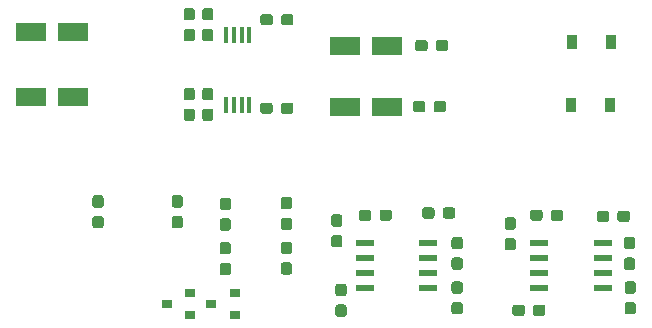
<source format=gbr>
G04 #@! TF.GenerationSoftware,KiCad,Pcbnew,(5.0.1)-4*
G04 #@! TF.CreationDate,2019-03-05T01:58:22+01:00*
G04 #@! TF.ProjectId,1U Headphone,3155204865616470686F6E652E6B6963,rev?*
G04 #@! TF.SameCoordinates,Original*
G04 #@! TF.FileFunction,Paste,Top*
G04 #@! TF.FilePolarity,Positive*
%FSLAX46Y46*%
G04 Gerber Fmt 4.6, Leading zero omitted, Abs format (unit mm)*
G04 Created by KiCad (PCBNEW (5.0.1)-4) date 3/5/2019 1:58:22 AM*
%MOMM*%
%LPD*%
G01*
G04 APERTURE LIST*
%ADD10C,0.100000*%
%ADD11C,0.950000*%
%ADD12R,2.600000X1.600000*%
%ADD13R,0.450000X1.450000*%
%ADD14R,1.550000X0.600000*%
%ADD15R,0.900000X1.200000*%
%ADD16R,0.900000X0.800000*%
G04 APERTURE END LIST*
D10*
G04 #@! TO.C,C1*
G36*
X36227179Y-55395544D02*
X36250234Y-55398963D01*
X36272843Y-55404627D01*
X36294787Y-55412479D01*
X36315857Y-55422444D01*
X36335848Y-55434426D01*
X36354568Y-55448310D01*
X36371838Y-55463962D01*
X36387490Y-55481232D01*
X36401374Y-55499952D01*
X36413356Y-55519943D01*
X36423321Y-55541013D01*
X36431173Y-55562957D01*
X36436837Y-55585566D01*
X36440256Y-55608621D01*
X36441400Y-55631900D01*
X36441400Y-56206900D01*
X36440256Y-56230179D01*
X36436837Y-56253234D01*
X36431173Y-56275843D01*
X36423321Y-56297787D01*
X36413356Y-56318857D01*
X36401374Y-56338848D01*
X36387490Y-56357568D01*
X36371838Y-56374838D01*
X36354568Y-56390490D01*
X36335848Y-56404374D01*
X36315857Y-56416356D01*
X36294787Y-56426321D01*
X36272843Y-56434173D01*
X36250234Y-56439837D01*
X36227179Y-56443256D01*
X36203900Y-56444400D01*
X35728900Y-56444400D01*
X35705621Y-56443256D01*
X35682566Y-56439837D01*
X35659957Y-56434173D01*
X35638013Y-56426321D01*
X35616943Y-56416356D01*
X35596952Y-56404374D01*
X35578232Y-56390490D01*
X35560962Y-56374838D01*
X35545310Y-56357568D01*
X35531426Y-56338848D01*
X35519444Y-56318857D01*
X35509479Y-56297787D01*
X35501627Y-56275843D01*
X35495963Y-56253234D01*
X35492544Y-56230179D01*
X35491400Y-56206900D01*
X35491400Y-55631900D01*
X35492544Y-55608621D01*
X35495963Y-55585566D01*
X35501627Y-55562957D01*
X35509479Y-55541013D01*
X35519444Y-55519943D01*
X35531426Y-55499952D01*
X35545310Y-55481232D01*
X35560962Y-55463962D01*
X35578232Y-55448310D01*
X35596952Y-55434426D01*
X35616943Y-55422444D01*
X35638013Y-55412479D01*
X35659957Y-55404627D01*
X35682566Y-55398963D01*
X35705621Y-55395544D01*
X35728900Y-55394400D01*
X36203900Y-55394400D01*
X36227179Y-55395544D01*
X36227179Y-55395544D01*
G37*
D11*
X35966400Y-55919400D03*
D10*
G36*
X36227179Y-57145544D02*
X36250234Y-57148963D01*
X36272843Y-57154627D01*
X36294787Y-57162479D01*
X36315857Y-57172444D01*
X36335848Y-57184426D01*
X36354568Y-57198310D01*
X36371838Y-57213962D01*
X36387490Y-57231232D01*
X36401374Y-57249952D01*
X36413356Y-57269943D01*
X36423321Y-57291013D01*
X36431173Y-57312957D01*
X36436837Y-57335566D01*
X36440256Y-57358621D01*
X36441400Y-57381900D01*
X36441400Y-57956900D01*
X36440256Y-57980179D01*
X36436837Y-58003234D01*
X36431173Y-58025843D01*
X36423321Y-58047787D01*
X36413356Y-58068857D01*
X36401374Y-58088848D01*
X36387490Y-58107568D01*
X36371838Y-58124838D01*
X36354568Y-58140490D01*
X36335848Y-58154374D01*
X36315857Y-58166356D01*
X36294787Y-58176321D01*
X36272843Y-58184173D01*
X36250234Y-58189837D01*
X36227179Y-58193256D01*
X36203900Y-58194400D01*
X35728900Y-58194400D01*
X35705621Y-58193256D01*
X35682566Y-58189837D01*
X35659957Y-58184173D01*
X35638013Y-58176321D01*
X35616943Y-58166356D01*
X35596952Y-58154374D01*
X35578232Y-58140490D01*
X35560962Y-58124838D01*
X35545310Y-58107568D01*
X35531426Y-58088848D01*
X35519444Y-58068857D01*
X35509479Y-58047787D01*
X35501627Y-58025843D01*
X35495963Y-58003234D01*
X35492544Y-57980179D01*
X35491400Y-57956900D01*
X35491400Y-57381900D01*
X35492544Y-57358621D01*
X35495963Y-57335566D01*
X35501627Y-57312957D01*
X35509479Y-57291013D01*
X35519444Y-57269943D01*
X35531426Y-57249952D01*
X35545310Y-57231232D01*
X35560962Y-57213962D01*
X35578232Y-57198310D01*
X35596952Y-57184426D01*
X35616943Y-57172444D01*
X35638013Y-57162479D01*
X35659957Y-57154627D01*
X35682566Y-57148963D01*
X35705621Y-57145544D01*
X35728900Y-57144400D01*
X36203900Y-57144400D01*
X36227179Y-57145544D01*
X36227179Y-57145544D01*
G37*
D11*
X35966400Y-57669400D03*
G04 #@! TD*
D10*
G04 #@! TO.C,C2*
G36*
X36227179Y-50389144D02*
X36250234Y-50392563D01*
X36272843Y-50398227D01*
X36294787Y-50406079D01*
X36315857Y-50416044D01*
X36335848Y-50428026D01*
X36354568Y-50441910D01*
X36371838Y-50457562D01*
X36387490Y-50474832D01*
X36401374Y-50493552D01*
X36413356Y-50513543D01*
X36423321Y-50534613D01*
X36431173Y-50556557D01*
X36436837Y-50579166D01*
X36440256Y-50602221D01*
X36441400Y-50625500D01*
X36441400Y-51200500D01*
X36440256Y-51223779D01*
X36436837Y-51246834D01*
X36431173Y-51269443D01*
X36423321Y-51291387D01*
X36413356Y-51312457D01*
X36401374Y-51332448D01*
X36387490Y-51351168D01*
X36371838Y-51368438D01*
X36354568Y-51384090D01*
X36335848Y-51397974D01*
X36315857Y-51409956D01*
X36294787Y-51419921D01*
X36272843Y-51427773D01*
X36250234Y-51433437D01*
X36227179Y-51436856D01*
X36203900Y-51438000D01*
X35728900Y-51438000D01*
X35705621Y-51436856D01*
X35682566Y-51433437D01*
X35659957Y-51427773D01*
X35638013Y-51419921D01*
X35616943Y-51409956D01*
X35596952Y-51397974D01*
X35578232Y-51384090D01*
X35560962Y-51368438D01*
X35545310Y-51351168D01*
X35531426Y-51332448D01*
X35519444Y-51312457D01*
X35509479Y-51291387D01*
X35501627Y-51269443D01*
X35495963Y-51246834D01*
X35492544Y-51223779D01*
X35491400Y-51200500D01*
X35491400Y-50625500D01*
X35492544Y-50602221D01*
X35495963Y-50579166D01*
X35501627Y-50556557D01*
X35509479Y-50534613D01*
X35519444Y-50513543D01*
X35531426Y-50493552D01*
X35545310Y-50474832D01*
X35560962Y-50457562D01*
X35578232Y-50441910D01*
X35596952Y-50428026D01*
X35616943Y-50416044D01*
X35638013Y-50406079D01*
X35659957Y-50398227D01*
X35682566Y-50392563D01*
X35705621Y-50389144D01*
X35728900Y-50388000D01*
X36203900Y-50388000D01*
X36227179Y-50389144D01*
X36227179Y-50389144D01*
G37*
D11*
X35966400Y-50913000D03*
D10*
G36*
X36227179Y-48639144D02*
X36250234Y-48642563D01*
X36272843Y-48648227D01*
X36294787Y-48656079D01*
X36315857Y-48666044D01*
X36335848Y-48678026D01*
X36354568Y-48691910D01*
X36371838Y-48707562D01*
X36387490Y-48724832D01*
X36401374Y-48743552D01*
X36413356Y-48763543D01*
X36423321Y-48784613D01*
X36431173Y-48806557D01*
X36436837Y-48829166D01*
X36440256Y-48852221D01*
X36441400Y-48875500D01*
X36441400Y-49450500D01*
X36440256Y-49473779D01*
X36436837Y-49496834D01*
X36431173Y-49519443D01*
X36423321Y-49541387D01*
X36413356Y-49562457D01*
X36401374Y-49582448D01*
X36387490Y-49601168D01*
X36371838Y-49618438D01*
X36354568Y-49634090D01*
X36335848Y-49647974D01*
X36315857Y-49659956D01*
X36294787Y-49669921D01*
X36272843Y-49677773D01*
X36250234Y-49683437D01*
X36227179Y-49686856D01*
X36203900Y-49688000D01*
X35728900Y-49688000D01*
X35705621Y-49686856D01*
X35682566Y-49683437D01*
X35659957Y-49677773D01*
X35638013Y-49669921D01*
X35616943Y-49659956D01*
X35596952Y-49647974D01*
X35578232Y-49634090D01*
X35560962Y-49618438D01*
X35545310Y-49601168D01*
X35531426Y-49582448D01*
X35519444Y-49562457D01*
X35509479Y-49541387D01*
X35501627Y-49519443D01*
X35495963Y-49496834D01*
X35492544Y-49473779D01*
X35491400Y-49450500D01*
X35491400Y-48875500D01*
X35492544Y-48852221D01*
X35495963Y-48829166D01*
X35501627Y-48806557D01*
X35509479Y-48784613D01*
X35519444Y-48763543D01*
X35531426Y-48743552D01*
X35545310Y-48724832D01*
X35560962Y-48707562D01*
X35578232Y-48691910D01*
X35596952Y-48678026D01*
X35616943Y-48666044D01*
X35638013Y-48656079D01*
X35659957Y-48648227D01*
X35682566Y-48642563D01*
X35705621Y-48639144D01*
X35728900Y-48638000D01*
X36203900Y-48638000D01*
X36227179Y-48639144D01*
X36227179Y-48639144D01*
G37*
D11*
X35966400Y-49163000D03*
G04 #@! TD*
D12*
G04 #@! TO.C,C3*
X26162000Y-56134000D03*
X22562000Y-56134000D03*
G04 #@! TD*
G04 #@! TO.C,C4*
X22562000Y-50647600D03*
X26162000Y-50647600D03*
G04 #@! TD*
D10*
G04 #@! TO.C,R1*
G36*
X39275179Y-66441944D02*
X39298234Y-66445363D01*
X39320843Y-66451027D01*
X39342787Y-66458879D01*
X39363857Y-66468844D01*
X39383848Y-66480826D01*
X39402568Y-66494710D01*
X39419838Y-66510362D01*
X39435490Y-66527632D01*
X39449374Y-66546352D01*
X39461356Y-66566343D01*
X39471321Y-66587413D01*
X39479173Y-66609357D01*
X39484837Y-66631966D01*
X39488256Y-66655021D01*
X39489400Y-66678300D01*
X39489400Y-67253300D01*
X39488256Y-67276579D01*
X39484837Y-67299634D01*
X39479173Y-67322243D01*
X39471321Y-67344187D01*
X39461356Y-67365257D01*
X39449374Y-67385248D01*
X39435490Y-67403968D01*
X39419838Y-67421238D01*
X39402568Y-67436890D01*
X39383848Y-67450774D01*
X39363857Y-67462756D01*
X39342787Y-67472721D01*
X39320843Y-67480573D01*
X39298234Y-67486237D01*
X39275179Y-67489656D01*
X39251900Y-67490800D01*
X38776900Y-67490800D01*
X38753621Y-67489656D01*
X38730566Y-67486237D01*
X38707957Y-67480573D01*
X38686013Y-67472721D01*
X38664943Y-67462756D01*
X38644952Y-67450774D01*
X38626232Y-67436890D01*
X38608962Y-67421238D01*
X38593310Y-67403968D01*
X38579426Y-67385248D01*
X38567444Y-67365257D01*
X38557479Y-67344187D01*
X38549627Y-67322243D01*
X38543963Y-67299634D01*
X38540544Y-67276579D01*
X38539400Y-67253300D01*
X38539400Y-66678300D01*
X38540544Y-66655021D01*
X38543963Y-66631966D01*
X38549627Y-66609357D01*
X38557479Y-66587413D01*
X38567444Y-66566343D01*
X38579426Y-66546352D01*
X38593310Y-66527632D01*
X38608962Y-66510362D01*
X38626232Y-66494710D01*
X38644952Y-66480826D01*
X38664943Y-66468844D01*
X38686013Y-66458879D01*
X38707957Y-66451027D01*
X38730566Y-66445363D01*
X38753621Y-66441944D01*
X38776900Y-66440800D01*
X39251900Y-66440800D01*
X39275179Y-66441944D01*
X39275179Y-66441944D01*
G37*
D11*
X39014400Y-66965800D03*
D10*
G36*
X39275179Y-64691944D02*
X39298234Y-64695363D01*
X39320843Y-64701027D01*
X39342787Y-64708879D01*
X39363857Y-64718844D01*
X39383848Y-64730826D01*
X39402568Y-64744710D01*
X39419838Y-64760362D01*
X39435490Y-64777632D01*
X39449374Y-64796352D01*
X39461356Y-64816343D01*
X39471321Y-64837413D01*
X39479173Y-64859357D01*
X39484837Y-64881966D01*
X39488256Y-64905021D01*
X39489400Y-64928300D01*
X39489400Y-65503300D01*
X39488256Y-65526579D01*
X39484837Y-65549634D01*
X39479173Y-65572243D01*
X39471321Y-65594187D01*
X39461356Y-65615257D01*
X39449374Y-65635248D01*
X39435490Y-65653968D01*
X39419838Y-65671238D01*
X39402568Y-65686890D01*
X39383848Y-65700774D01*
X39363857Y-65712756D01*
X39342787Y-65722721D01*
X39320843Y-65730573D01*
X39298234Y-65736237D01*
X39275179Y-65739656D01*
X39251900Y-65740800D01*
X38776900Y-65740800D01*
X38753621Y-65739656D01*
X38730566Y-65736237D01*
X38707957Y-65730573D01*
X38686013Y-65722721D01*
X38664943Y-65712756D01*
X38644952Y-65700774D01*
X38626232Y-65686890D01*
X38608962Y-65671238D01*
X38593310Y-65653968D01*
X38579426Y-65635248D01*
X38567444Y-65615257D01*
X38557479Y-65594187D01*
X38549627Y-65572243D01*
X38543963Y-65549634D01*
X38540544Y-65526579D01*
X38539400Y-65503300D01*
X38539400Y-64928300D01*
X38540544Y-64905021D01*
X38543963Y-64881966D01*
X38549627Y-64859357D01*
X38557479Y-64837413D01*
X38567444Y-64816343D01*
X38579426Y-64796352D01*
X38593310Y-64777632D01*
X38608962Y-64760362D01*
X38626232Y-64744710D01*
X38644952Y-64730826D01*
X38664943Y-64718844D01*
X38686013Y-64708879D01*
X38707957Y-64701027D01*
X38730566Y-64695363D01*
X38753621Y-64691944D01*
X38776900Y-64690800D01*
X39251900Y-64690800D01*
X39275179Y-64691944D01*
X39275179Y-64691944D01*
G37*
D11*
X39014400Y-65215800D03*
G04 #@! TD*
D10*
G04 #@! TO.C,R2*
G36*
X44456779Y-64641144D02*
X44479834Y-64644563D01*
X44502443Y-64650227D01*
X44524387Y-64658079D01*
X44545457Y-64668044D01*
X44565448Y-64680026D01*
X44584168Y-64693910D01*
X44601438Y-64709562D01*
X44617090Y-64726832D01*
X44630974Y-64745552D01*
X44642956Y-64765543D01*
X44652921Y-64786613D01*
X44660773Y-64808557D01*
X44666437Y-64831166D01*
X44669856Y-64854221D01*
X44671000Y-64877500D01*
X44671000Y-65452500D01*
X44669856Y-65475779D01*
X44666437Y-65498834D01*
X44660773Y-65521443D01*
X44652921Y-65543387D01*
X44642956Y-65564457D01*
X44630974Y-65584448D01*
X44617090Y-65603168D01*
X44601438Y-65620438D01*
X44584168Y-65636090D01*
X44565448Y-65649974D01*
X44545457Y-65661956D01*
X44524387Y-65671921D01*
X44502443Y-65679773D01*
X44479834Y-65685437D01*
X44456779Y-65688856D01*
X44433500Y-65690000D01*
X43958500Y-65690000D01*
X43935221Y-65688856D01*
X43912166Y-65685437D01*
X43889557Y-65679773D01*
X43867613Y-65671921D01*
X43846543Y-65661956D01*
X43826552Y-65649974D01*
X43807832Y-65636090D01*
X43790562Y-65620438D01*
X43774910Y-65603168D01*
X43761026Y-65584448D01*
X43749044Y-65564457D01*
X43739079Y-65543387D01*
X43731227Y-65521443D01*
X43725563Y-65498834D01*
X43722144Y-65475779D01*
X43721000Y-65452500D01*
X43721000Y-64877500D01*
X43722144Y-64854221D01*
X43725563Y-64831166D01*
X43731227Y-64808557D01*
X43739079Y-64786613D01*
X43749044Y-64765543D01*
X43761026Y-64745552D01*
X43774910Y-64726832D01*
X43790562Y-64709562D01*
X43807832Y-64693910D01*
X43826552Y-64680026D01*
X43846543Y-64668044D01*
X43867613Y-64658079D01*
X43889557Y-64650227D01*
X43912166Y-64644563D01*
X43935221Y-64641144D01*
X43958500Y-64640000D01*
X44433500Y-64640000D01*
X44456779Y-64641144D01*
X44456779Y-64641144D01*
G37*
D11*
X44196000Y-65165000D03*
D10*
G36*
X44456779Y-66391144D02*
X44479834Y-66394563D01*
X44502443Y-66400227D01*
X44524387Y-66408079D01*
X44545457Y-66418044D01*
X44565448Y-66430026D01*
X44584168Y-66443910D01*
X44601438Y-66459562D01*
X44617090Y-66476832D01*
X44630974Y-66495552D01*
X44642956Y-66515543D01*
X44652921Y-66536613D01*
X44660773Y-66558557D01*
X44666437Y-66581166D01*
X44669856Y-66604221D01*
X44671000Y-66627500D01*
X44671000Y-67202500D01*
X44669856Y-67225779D01*
X44666437Y-67248834D01*
X44660773Y-67271443D01*
X44652921Y-67293387D01*
X44642956Y-67314457D01*
X44630974Y-67334448D01*
X44617090Y-67353168D01*
X44601438Y-67370438D01*
X44584168Y-67386090D01*
X44565448Y-67399974D01*
X44545457Y-67411956D01*
X44524387Y-67421921D01*
X44502443Y-67429773D01*
X44479834Y-67435437D01*
X44456779Y-67438856D01*
X44433500Y-67440000D01*
X43958500Y-67440000D01*
X43935221Y-67438856D01*
X43912166Y-67435437D01*
X43889557Y-67429773D01*
X43867613Y-67421921D01*
X43846543Y-67411956D01*
X43826552Y-67399974D01*
X43807832Y-67386090D01*
X43790562Y-67370438D01*
X43774910Y-67353168D01*
X43761026Y-67334448D01*
X43749044Y-67314457D01*
X43739079Y-67293387D01*
X43731227Y-67271443D01*
X43725563Y-67248834D01*
X43722144Y-67225779D01*
X43721000Y-67202500D01*
X43721000Y-66627500D01*
X43722144Y-66604221D01*
X43725563Y-66581166D01*
X43731227Y-66558557D01*
X43739079Y-66536613D01*
X43749044Y-66515543D01*
X43761026Y-66495552D01*
X43774910Y-66476832D01*
X43790562Y-66459562D01*
X43807832Y-66443910D01*
X43826552Y-66430026D01*
X43846543Y-66418044D01*
X43867613Y-66408079D01*
X43889557Y-66400227D01*
X43912166Y-66394563D01*
X43935221Y-66391144D01*
X43958500Y-66390000D01*
X44433500Y-66390000D01*
X44456779Y-66391144D01*
X44456779Y-66391144D01*
G37*
D11*
X44196000Y-66915000D03*
G04 #@! TD*
D10*
G04 #@! TO.C,R3*
G36*
X37801979Y-55395544D02*
X37825034Y-55398963D01*
X37847643Y-55404627D01*
X37869587Y-55412479D01*
X37890657Y-55422444D01*
X37910648Y-55434426D01*
X37929368Y-55448310D01*
X37946638Y-55463962D01*
X37962290Y-55481232D01*
X37976174Y-55499952D01*
X37988156Y-55519943D01*
X37998121Y-55541013D01*
X38005973Y-55562957D01*
X38011637Y-55585566D01*
X38015056Y-55608621D01*
X38016200Y-55631900D01*
X38016200Y-56206900D01*
X38015056Y-56230179D01*
X38011637Y-56253234D01*
X38005973Y-56275843D01*
X37998121Y-56297787D01*
X37988156Y-56318857D01*
X37976174Y-56338848D01*
X37962290Y-56357568D01*
X37946638Y-56374838D01*
X37929368Y-56390490D01*
X37910648Y-56404374D01*
X37890657Y-56416356D01*
X37869587Y-56426321D01*
X37847643Y-56434173D01*
X37825034Y-56439837D01*
X37801979Y-56443256D01*
X37778700Y-56444400D01*
X37303700Y-56444400D01*
X37280421Y-56443256D01*
X37257366Y-56439837D01*
X37234757Y-56434173D01*
X37212813Y-56426321D01*
X37191743Y-56416356D01*
X37171752Y-56404374D01*
X37153032Y-56390490D01*
X37135762Y-56374838D01*
X37120110Y-56357568D01*
X37106226Y-56338848D01*
X37094244Y-56318857D01*
X37084279Y-56297787D01*
X37076427Y-56275843D01*
X37070763Y-56253234D01*
X37067344Y-56230179D01*
X37066200Y-56206900D01*
X37066200Y-55631900D01*
X37067344Y-55608621D01*
X37070763Y-55585566D01*
X37076427Y-55562957D01*
X37084279Y-55541013D01*
X37094244Y-55519943D01*
X37106226Y-55499952D01*
X37120110Y-55481232D01*
X37135762Y-55463962D01*
X37153032Y-55448310D01*
X37171752Y-55434426D01*
X37191743Y-55422444D01*
X37212813Y-55412479D01*
X37234757Y-55404627D01*
X37257366Y-55398963D01*
X37280421Y-55395544D01*
X37303700Y-55394400D01*
X37778700Y-55394400D01*
X37801979Y-55395544D01*
X37801979Y-55395544D01*
G37*
D11*
X37541200Y-55919400D03*
D10*
G36*
X37801979Y-57145544D02*
X37825034Y-57148963D01*
X37847643Y-57154627D01*
X37869587Y-57162479D01*
X37890657Y-57172444D01*
X37910648Y-57184426D01*
X37929368Y-57198310D01*
X37946638Y-57213962D01*
X37962290Y-57231232D01*
X37976174Y-57249952D01*
X37988156Y-57269943D01*
X37998121Y-57291013D01*
X38005973Y-57312957D01*
X38011637Y-57335566D01*
X38015056Y-57358621D01*
X38016200Y-57381900D01*
X38016200Y-57956900D01*
X38015056Y-57980179D01*
X38011637Y-58003234D01*
X38005973Y-58025843D01*
X37998121Y-58047787D01*
X37988156Y-58068857D01*
X37976174Y-58088848D01*
X37962290Y-58107568D01*
X37946638Y-58124838D01*
X37929368Y-58140490D01*
X37910648Y-58154374D01*
X37890657Y-58166356D01*
X37869587Y-58176321D01*
X37847643Y-58184173D01*
X37825034Y-58189837D01*
X37801979Y-58193256D01*
X37778700Y-58194400D01*
X37303700Y-58194400D01*
X37280421Y-58193256D01*
X37257366Y-58189837D01*
X37234757Y-58184173D01*
X37212813Y-58176321D01*
X37191743Y-58166356D01*
X37171752Y-58154374D01*
X37153032Y-58140490D01*
X37135762Y-58124838D01*
X37120110Y-58107568D01*
X37106226Y-58088848D01*
X37094244Y-58068857D01*
X37084279Y-58047787D01*
X37076427Y-58025843D01*
X37070763Y-58003234D01*
X37067344Y-57980179D01*
X37066200Y-57956900D01*
X37066200Y-57381900D01*
X37067344Y-57358621D01*
X37070763Y-57335566D01*
X37076427Y-57312957D01*
X37084279Y-57291013D01*
X37094244Y-57269943D01*
X37106226Y-57249952D01*
X37120110Y-57231232D01*
X37135762Y-57213962D01*
X37153032Y-57198310D01*
X37171752Y-57184426D01*
X37191743Y-57172444D01*
X37212813Y-57162479D01*
X37234757Y-57154627D01*
X37257366Y-57148963D01*
X37280421Y-57145544D01*
X37303700Y-57144400D01*
X37778700Y-57144400D01*
X37801979Y-57145544D01*
X37801979Y-57145544D01*
G37*
D11*
X37541200Y-57669400D03*
G04 #@! TD*
D10*
G04 #@! TO.C,R4*
G36*
X37801979Y-50389144D02*
X37825034Y-50392563D01*
X37847643Y-50398227D01*
X37869587Y-50406079D01*
X37890657Y-50416044D01*
X37910648Y-50428026D01*
X37929368Y-50441910D01*
X37946638Y-50457562D01*
X37962290Y-50474832D01*
X37976174Y-50493552D01*
X37988156Y-50513543D01*
X37998121Y-50534613D01*
X38005973Y-50556557D01*
X38011637Y-50579166D01*
X38015056Y-50602221D01*
X38016200Y-50625500D01*
X38016200Y-51200500D01*
X38015056Y-51223779D01*
X38011637Y-51246834D01*
X38005973Y-51269443D01*
X37998121Y-51291387D01*
X37988156Y-51312457D01*
X37976174Y-51332448D01*
X37962290Y-51351168D01*
X37946638Y-51368438D01*
X37929368Y-51384090D01*
X37910648Y-51397974D01*
X37890657Y-51409956D01*
X37869587Y-51419921D01*
X37847643Y-51427773D01*
X37825034Y-51433437D01*
X37801979Y-51436856D01*
X37778700Y-51438000D01*
X37303700Y-51438000D01*
X37280421Y-51436856D01*
X37257366Y-51433437D01*
X37234757Y-51427773D01*
X37212813Y-51419921D01*
X37191743Y-51409956D01*
X37171752Y-51397974D01*
X37153032Y-51384090D01*
X37135762Y-51368438D01*
X37120110Y-51351168D01*
X37106226Y-51332448D01*
X37094244Y-51312457D01*
X37084279Y-51291387D01*
X37076427Y-51269443D01*
X37070763Y-51246834D01*
X37067344Y-51223779D01*
X37066200Y-51200500D01*
X37066200Y-50625500D01*
X37067344Y-50602221D01*
X37070763Y-50579166D01*
X37076427Y-50556557D01*
X37084279Y-50534613D01*
X37094244Y-50513543D01*
X37106226Y-50493552D01*
X37120110Y-50474832D01*
X37135762Y-50457562D01*
X37153032Y-50441910D01*
X37171752Y-50428026D01*
X37191743Y-50416044D01*
X37212813Y-50406079D01*
X37234757Y-50398227D01*
X37257366Y-50392563D01*
X37280421Y-50389144D01*
X37303700Y-50388000D01*
X37778700Y-50388000D01*
X37801979Y-50389144D01*
X37801979Y-50389144D01*
G37*
D11*
X37541200Y-50913000D03*
D10*
G36*
X37801979Y-48639144D02*
X37825034Y-48642563D01*
X37847643Y-48648227D01*
X37869587Y-48656079D01*
X37890657Y-48666044D01*
X37910648Y-48678026D01*
X37929368Y-48691910D01*
X37946638Y-48707562D01*
X37962290Y-48724832D01*
X37976174Y-48743552D01*
X37988156Y-48763543D01*
X37998121Y-48784613D01*
X38005973Y-48806557D01*
X38011637Y-48829166D01*
X38015056Y-48852221D01*
X38016200Y-48875500D01*
X38016200Y-49450500D01*
X38015056Y-49473779D01*
X38011637Y-49496834D01*
X38005973Y-49519443D01*
X37998121Y-49541387D01*
X37988156Y-49562457D01*
X37976174Y-49582448D01*
X37962290Y-49601168D01*
X37946638Y-49618438D01*
X37929368Y-49634090D01*
X37910648Y-49647974D01*
X37890657Y-49659956D01*
X37869587Y-49669921D01*
X37847643Y-49677773D01*
X37825034Y-49683437D01*
X37801979Y-49686856D01*
X37778700Y-49688000D01*
X37303700Y-49688000D01*
X37280421Y-49686856D01*
X37257366Y-49683437D01*
X37234757Y-49677773D01*
X37212813Y-49669921D01*
X37191743Y-49659956D01*
X37171752Y-49647974D01*
X37153032Y-49634090D01*
X37135762Y-49618438D01*
X37120110Y-49601168D01*
X37106226Y-49582448D01*
X37094244Y-49562457D01*
X37084279Y-49541387D01*
X37076427Y-49519443D01*
X37070763Y-49496834D01*
X37067344Y-49473779D01*
X37066200Y-49450500D01*
X37066200Y-48875500D01*
X37067344Y-48852221D01*
X37070763Y-48829166D01*
X37076427Y-48806557D01*
X37084279Y-48784613D01*
X37094244Y-48763543D01*
X37106226Y-48743552D01*
X37120110Y-48724832D01*
X37135762Y-48707562D01*
X37153032Y-48691910D01*
X37171752Y-48678026D01*
X37191743Y-48666044D01*
X37212813Y-48656079D01*
X37234757Y-48648227D01*
X37257366Y-48642563D01*
X37280421Y-48639144D01*
X37303700Y-48638000D01*
X37778700Y-48638000D01*
X37801979Y-48639144D01*
X37801979Y-48639144D01*
G37*
D11*
X37541200Y-49163000D03*
G04 #@! TD*
D10*
G04 #@! TO.C,R5*
G36*
X51164179Y-65693144D02*
X51187234Y-65696563D01*
X51209843Y-65702227D01*
X51231787Y-65710079D01*
X51252857Y-65720044D01*
X51272848Y-65732026D01*
X51291568Y-65745910D01*
X51308838Y-65761562D01*
X51324490Y-65778832D01*
X51338374Y-65797552D01*
X51350356Y-65817543D01*
X51360321Y-65838613D01*
X51368173Y-65860557D01*
X51373837Y-65883166D01*
X51377256Y-65906221D01*
X51378400Y-65929500D01*
X51378400Y-66404500D01*
X51377256Y-66427779D01*
X51373837Y-66450834D01*
X51368173Y-66473443D01*
X51360321Y-66495387D01*
X51350356Y-66516457D01*
X51338374Y-66536448D01*
X51324490Y-66555168D01*
X51308838Y-66572438D01*
X51291568Y-66588090D01*
X51272848Y-66601974D01*
X51252857Y-66613956D01*
X51231787Y-66623921D01*
X51209843Y-66631773D01*
X51187234Y-66637437D01*
X51164179Y-66640856D01*
X51140900Y-66642000D01*
X50565900Y-66642000D01*
X50542621Y-66640856D01*
X50519566Y-66637437D01*
X50496957Y-66631773D01*
X50475013Y-66623921D01*
X50453943Y-66613956D01*
X50433952Y-66601974D01*
X50415232Y-66588090D01*
X50397962Y-66572438D01*
X50382310Y-66555168D01*
X50368426Y-66536448D01*
X50356444Y-66516457D01*
X50346479Y-66495387D01*
X50338627Y-66473443D01*
X50332963Y-66450834D01*
X50329544Y-66427779D01*
X50328400Y-66404500D01*
X50328400Y-65929500D01*
X50329544Y-65906221D01*
X50332963Y-65883166D01*
X50338627Y-65860557D01*
X50346479Y-65838613D01*
X50356444Y-65817543D01*
X50368426Y-65797552D01*
X50382310Y-65778832D01*
X50397962Y-65761562D01*
X50415232Y-65745910D01*
X50433952Y-65732026D01*
X50453943Y-65720044D01*
X50475013Y-65710079D01*
X50496957Y-65702227D01*
X50519566Y-65696563D01*
X50542621Y-65693144D01*
X50565900Y-65692000D01*
X51140900Y-65692000D01*
X51164179Y-65693144D01*
X51164179Y-65693144D01*
G37*
D11*
X50853400Y-66167000D03*
D10*
G36*
X52914179Y-65693144D02*
X52937234Y-65696563D01*
X52959843Y-65702227D01*
X52981787Y-65710079D01*
X53002857Y-65720044D01*
X53022848Y-65732026D01*
X53041568Y-65745910D01*
X53058838Y-65761562D01*
X53074490Y-65778832D01*
X53088374Y-65797552D01*
X53100356Y-65817543D01*
X53110321Y-65838613D01*
X53118173Y-65860557D01*
X53123837Y-65883166D01*
X53127256Y-65906221D01*
X53128400Y-65929500D01*
X53128400Y-66404500D01*
X53127256Y-66427779D01*
X53123837Y-66450834D01*
X53118173Y-66473443D01*
X53110321Y-66495387D01*
X53100356Y-66516457D01*
X53088374Y-66536448D01*
X53074490Y-66555168D01*
X53058838Y-66572438D01*
X53041568Y-66588090D01*
X53022848Y-66601974D01*
X53002857Y-66613956D01*
X52981787Y-66623921D01*
X52959843Y-66631773D01*
X52937234Y-66637437D01*
X52914179Y-66640856D01*
X52890900Y-66642000D01*
X52315900Y-66642000D01*
X52292621Y-66640856D01*
X52269566Y-66637437D01*
X52246957Y-66631773D01*
X52225013Y-66623921D01*
X52203943Y-66613956D01*
X52183952Y-66601974D01*
X52165232Y-66588090D01*
X52147962Y-66572438D01*
X52132310Y-66555168D01*
X52118426Y-66536448D01*
X52106444Y-66516457D01*
X52096479Y-66495387D01*
X52088627Y-66473443D01*
X52082963Y-66450834D01*
X52079544Y-66427779D01*
X52078400Y-66404500D01*
X52078400Y-65929500D01*
X52079544Y-65906221D01*
X52082963Y-65883166D01*
X52088627Y-65860557D01*
X52096479Y-65838613D01*
X52106444Y-65817543D01*
X52118426Y-65797552D01*
X52132310Y-65778832D01*
X52147962Y-65761562D01*
X52165232Y-65745910D01*
X52183952Y-65732026D01*
X52203943Y-65720044D01*
X52225013Y-65710079D01*
X52246957Y-65702227D01*
X52269566Y-65696563D01*
X52292621Y-65693144D01*
X52315900Y-65692000D01*
X52890900Y-65692000D01*
X52914179Y-65693144D01*
X52914179Y-65693144D01*
G37*
D11*
X52603400Y-66167000D03*
G04 #@! TD*
D10*
G04 #@! TO.C,R6*
G36*
X65667579Y-65693144D02*
X65690634Y-65696563D01*
X65713243Y-65702227D01*
X65735187Y-65710079D01*
X65756257Y-65720044D01*
X65776248Y-65732026D01*
X65794968Y-65745910D01*
X65812238Y-65761562D01*
X65827890Y-65778832D01*
X65841774Y-65797552D01*
X65853756Y-65817543D01*
X65863721Y-65838613D01*
X65871573Y-65860557D01*
X65877237Y-65883166D01*
X65880656Y-65906221D01*
X65881800Y-65929500D01*
X65881800Y-66404500D01*
X65880656Y-66427779D01*
X65877237Y-66450834D01*
X65871573Y-66473443D01*
X65863721Y-66495387D01*
X65853756Y-66516457D01*
X65841774Y-66536448D01*
X65827890Y-66555168D01*
X65812238Y-66572438D01*
X65794968Y-66588090D01*
X65776248Y-66601974D01*
X65756257Y-66613956D01*
X65735187Y-66623921D01*
X65713243Y-66631773D01*
X65690634Y-66637437D01*
X65667579Y-66640856D01*
X65644300Y-66642000D01*
X65069300Y-66642000D01*
X65046021Y-66640856D01*
X65022966Y-66637437D01*
X65000357Y-66631773D01*
X64978413Y-66623921D01*
X64957343Y-66613956D01*
X64937352Y-66601974D01*
X64918632Y-66588090D01*
X64901362Y-66572438D01*
X64885710Y-66555168D01*
X64871826Y-66536448D01*
X64859844Y-66516457D01*
X64849879Y-66495387D01*
X64842027Y-66473443D01*
X64836363Y-66450834D01*
X64832944Y-66427779D01*
X64831800Y-66404500D01*
X64831800Y-65929500D01*
X64832944Y-65906221D01*
X64836363Y-65883166D01*
X64842027Y-65860557D01*
X64849879Y-65838613D01*
X64859844Y-65817543D01*
X64871826Y-65797552D01*
X64885710Y-65778832D01*
X64901362Y-65761562D01*
X64918632Y-65745910D01*
X64937352Y-65732026D01*
X64957343Y-65720044D01*
X64978413Y-65710079D01*
X65000357Y-65702227D01*
X65022966Y-65696563D01*
X65046021Y-65693144D01*
X65069300Y-65692000D01*
X65644300Y-65692000D01*
X65667579Y-65693144D01*
X65667579Y-65693144D01*
G37*
D11*
X65356800Y-66167000D03*
D10*
G36*
X67417579Y-65693144D02*
X67440634Y-65696563D01*
X67463243Y-65702227D01*
X67485187Y-65710079D01*
X67506257Y-65720044D01*
X67526248Y-65732026D01*
X67544968Y-65745910D01*
X67562238Y-65761562D01*
X67577890Y-65778832D01*
X67591774Y-65797552D01*
X67603756Y-65817543D01*
X67613721Y-65838613D01*
X67621573Y-65860557D01*
X67627237Y-65883166D01*
X67630656Y-65906221D01*
X67631800Y-65929500D01*
X67631800Y-66404500D01*
X67630656Y-66427779D01*
X67627237Y-66450834D01*
X67621573Y-66473443D01*
X67613721Y-66495387D01*
X67603756Y-66516457D01*
X67591774Y-66536448D01*
X67577890Y-66555168D01*
X67562238Y-66572438D01*
X67544968Y-66588090D01*
X67526248Y-66601974D01*
X67506257Y-66613956D01*
X67485187Y-66623921D01*
X67463243Y-66631773D01*
X67440634Y-66637437D01*
X67417579Y-66640856D01*
X67394300Y-66642000D01*
X66819300Y-66642000D01*
X66796021Y-66640856D01*
X66772966Y-66637437D01*
X66750357Y-66631773D01*
X66728413Y-66623921D01*
X66707343Y-66613956D01*
X66687352Y-66601974D01*
X66668632Y-66588090D01*
X66651362Y-66572438D01*
X66635710Y-66555168D01*
X66621826Y-66536448D01*
X66609844Y-66516457D01*
X66599879Y-66495387D01*
X66592027Y-66473443D01*
X66586363Y-66450834D01*
X66582944Y-66427779D01*
X66581800Y-66404500D01*
X66581800Y-65929500D01*
X66582944Y-65906221D01*
X66586363Y-65883166D01*
X66592027Y-65860557D01*
X66599879Y-65838613D01*
X66609844Y-65817543D01*
X66621826Y-65797552D01*
X66635710Y-65778832D01*
X66651362Y-65761562D01*
X66668632Y-65745910D01*
X66687352Y-65732026D01*
X66707343Y-65720044D01*
X66728413Y-65710079D01*
X66750357Y-65702227D01*
X66772966Y-65696563D01*
X66796021Y-65693144D01*
X66819300Y-65692000D01*
X67394300Y-65692000D01*
X67417579Y-65693144D01*
X67417579Y-65693144D01*
G37*
D11*
X67106800Y-66167000D03*
G04 #@! TD*
D10*
G04 #@! TO.C,R7*
G36*
X48723979Y-66102944D02*
X48747034Y-66106363D01*
X48769643Y-66112027D01*
X48791587Y-66119879D01*
X48812657Y-66129844D01*
X48832648Y-66141826D01*
X48851368Y-66155710D01*
X48868638Y-66171362D01*
X48884290Y-66188632D01*
X48898174Y-66207352D01*
X48910156Y-66227343D01*
X48920121Y-66248413D01*
X48927973Y-66270357D01*
X48933637Y-66292966D01*
X48937056Y-66316021D01*
X48938200Y-66339300D01*
X48938200Y-66914300D01*
X48937056Y-66937579D01*
X48933637Y-66960634D01*
X48927973Y-66983243D01*
X48920121Y-67005187D01*
X48910156Y-67026257D01*
X48898174Y-67046248D01*
X48884290Y-67064968D01*
X48868638Y-67082238D01*
X48851368Y-67097890D01*
X48832648Y-67111774D01*
X48812657Y-67123756D01*
X48791587Y-67133721D01*
X48769643Y-67141573D01*
X48747034Y-67147237D01*
X48723979Y-67150656D01*
X48700700Y-67151800D01*
X48225700Y-67151800D01*
X48202421Y-67150656D01*
X48179366Y-67147237D01*
X48156757Y-67141573D01*
X48134813Y-67133721D01*
X48113743Y-67123756D01*
X48093752Y-67111774D01*
X48075032Y-67097890D01*
X48057762Y-67082238D01*
X48042110Y-67064968D01*
X48028226Y-67046248D01*
X48016244Y-67026257D01*
X48006279Y-67005187D01*
X47998427Y-66983243D01*
X47992763Y-66960634D01*
X47989344Y-66937579D01*
X47988200Y-66914300D01*
X47988200Y-66339300D01*
X47989344Y-66316021D01*
X47992763Y-66292966D01*
X47998427Y-66270357D01*
X48006279Y-66248413D01*
X48016244Y-66227343D01*
X48028226Y-66207352D01*
X48042110Y-66188632D01*
X48057762Y-66171362D01*
X48075032Y-66155710D01*
X48093752Y-66141826D01*
X48113743Y-66129844D01*
X48134813Y-66119879D01*
X48156757Y-66112027D01*
X48179366Y-66106363D01*
X48202421Y-66102944D01*
X48225700Y-66101800D01*
X48700700Y-66101800D01*
X48723979Y-66102944D01*
X48723979Y-66102944D01*
G37*
D11*
X48463200Y-66626800D03*
D10*
G36*
X48723979Y-67852944D02*
X48747034Y-67856363D01*
X48769643Y-67862027D01*
X48791587Y-67869879D01*
X48812657Y-67879844D01*
X48832648Y-67891826D01*
X48851368Y-67905710D01*
X48868638Y-67921362D01*
X48884290Y-67938632D01*
X48898174Y-67957352D01*
X48910156Y-67977343D01*
X48920121Y-67998413D01*
X48927973Y-68020357D01*
X48933637Y-68042966D01*
X48937056Y-68066021D01*
X48938200Y-68089300D01*
X48938200Y-68664300D01*
X48937056Y-68687579D01*
X48933637Y-68710634D01*
X48927973Y-68733243D01*
X48920121Y-68755187D01*
X48910156Y-68776257D01*
X48898174Y-68796248D01*
X48884290Y-68814968D01*
X48868638Y-68832238D01*
X48851368Y-68847890D01*
X48832648Y-68861774D01*
X48812657Y-68873756D01*
X48791587Y-68883721D01*
X48769643Y-68891573D01*
X48747034Y-68897237D01*
X48723979Y-68900656D01*
X48700700Y-68901800D01*
X48225700Y-68901800D01*
X48202421Y-68900656D01*
X48179366Y-68897237D01*
X48156757Y-68891573D01*
X48134813Y-68883721D01*
X48113743Y-68873756D01*
X48093752Y-68861774D01*
X48075032Y-68847890D01*
X48057762Y-68832238D01*
X48042110Y-68814968D01*
X48028226Y-68796248D01*
X48016244Y-68776257D01*
X48006279Y-68755187D01*
X47998427Y-68733243D01*
X47992763Y-68710634D01*
X47989344Y-68687579D01*
X47988200Y-68664300D01*
X47988200Y-68089300D01*
X47989344Y-68066021D01*
X47992763Y-68042966D01*
X47998427Y-68020357D01*
X48006279Y-67998413D01*
X48016244Y-67977343D01*
X48028226Y-67957352D01*
X48042110Y-67938632D01*
X48057762Y-67921362D01*
X48075032Y-67905710D01*
X48093752Y-67891826D01*
X48113743Y-67879844D01*
X48134813Y-67869879D01*
X48156757Y-67862027D01*
X48179366Y-67856363D01*
X48202421Y-67852944D01*
X48225700Y-67851800D01*
X48700700Y-67851800D01*
X48723979Y-67852944D01*
X48723979Y-67852944D01*
G37*
D11*
X48463200Y-68376800D03*
G04 #@! TD*
D10*
G04 #@! TO.C,R8*
G36*
X63405179Y-68106944D02*
X63428234Y-68110363D01*
X63450843Y-68116027D01*
X63472787Y-68123879D01*
X63493857Y-68133844D01*
X63513848Y-68145826D01*
X63532568Y-68159710D01*
X63549838Y-68175362D01*
X63565490Y-68192632D01*
X63579374Y-68211352D01*
X63591356Y-68231343D01*
X63601321Y-68252413D01*
X63609173Y-68274357D01*
X63614837Y-68296966D01*
X63618256Y-68320021D01*
X63619400Y-68343300D01*
X63619400Y-68918300D01*
X63618256Y-68941579D01*
X63614837Y-68964634D01*
X63609173Y-68987243D01*
X63601321Y-69009187D01*
X63591356Y-69030257D01*
X63579374Y-69050248D01*
X63565490Y-69068968D01*
X63549838Y-69086238D01*
X63532568Y-69101890D01*
X63513848Y-69115774D01*
X63493857Y-69127756D01*
X63472787Y-69137721D01*
X63450843Y-69145573D01*
X63428234Y-69151237D01*
X63405179Y-69154656D01*
X63381900Y-69155800D01*
X62906900Y-69155800D01*
X62883621Y-69154656D01*
X62860566Y-69151237D01*
X62837957Y-69145573D01*
X62816013Y-69137721D01*
X62794943Y-69127756D01*
X62774952Y-69115774D01*
X62756232Y-69101890D01*
X62738962Y-69086238D01*
X62723310Y-69068968D01*
X62709426Y-69050248D01*
X62697444Y-69030257D01*
X62687479Y-69009187D01*
X62679627Y-68987243D01*
X62673963Y-68964634D01*
X62670544Y-68941579D01*
X62669400Y-68918300D01*
X62669400Y-68343300D01*
X62670544Y-68320021D01*
X62673963Y-68296966D01*
X62679627Y-68274357D01*
X62687479Y-68252413D01*
X62697444Y-68231343D01*
X62709426Y-68211352D01*
X62723310Y-68192632D01*
X62738962Y-68175362D01*
X62756232Y-68159710D01*
X62774952Y-68145826D01*
X62794943Y-68133844D01*
X62816013Y-68123879D01*
X62837957Y-68116027D01*
X62860566Y-68110363D01*
X62883621Y-68106944D01*
X62906900Y-68105800D01*
X63381900Y-68105800D01*
X63405179Y-68106944D01*
X63405179Y-68106944D01*
G37*
D11*
X63144400Y-68630800D03*
D10*
G36*
X63405179Y-66356944D02*
X63428234Y-66360363D01*
X63450843Y-66366027D01*
X63472787Y-66373879D01*
X63493857Y-66383844D01*
X63513848Y-66395826D01*
X63532568Y-66409710D01*
X63549838Y-66425362D01*
X63565490Y-66442632D01*
X63579374Y-66461352D01*
X63591356Y-66481343D01*
X63601321Y-66502413D01*
X63609173Y-66524357D01*
X63614837Y-66546966D01*
X63618256Y-66570021D01*
X63619400Y-66593300D01*
X63619400Y-67168300D01*
X63618256Y-67191579D01*
X63614837Y-67214634D01*
X63609173Y-67237243D01*
X63601321Y-67259187D01*
X63591356Y-67280257D01*
X63579374Y-67300248D01*
X63565490Y-67318968D01*
X63549838Y-67336238D01*
X63532568Y-67351890D01*
X63513848Y-67365774D01*
X63493857Y-67377756D01*
X63472787Y-67387721D01*
X63450843Y-67395573D01*
X63428234Y-67401237D01*
X63405179Y-67404656D01*
X63381900Y-67405800D01*
X62906900Y-67405800D01*
X62883621Y-67404656D01*
X62860566Y-67401237D01*
X62837957Y-67395573D01*
X62816013Y-67387721D01*
X62794943Y-67377756D01*
X62774952Y-67365774D01*
X62756232Y-67351890D01*
X62738962Y-67336238D01*
X62723310Y-67318968D01*
X62709426Y-67300248D01*
X62697444Y-67280257D01*
X62687479Y-67259187D01*
X62679627Y-67237243D01*
X62673963Y-67214634D01*
X62670544Y-67191579D01*
X62669400Y-67168300D01*
X62669400Y-66593300D01*
X62670544Y-66570021D01*
X62673963Y-66546966D01*
X62679627Y-66524357D01*
X62687479Y-66502413D01*
X62697444Y-66481343D01*
X62709426Y-66461352D01*
X62723310Y-66442632D01*
X62738962Y-66425362D01*
X62756232Y-66409710D01*
X62774952Y-66395826D01*
X62794943Y-66383844D01*
X62816013Y-66373879D01*
X62837957Y-66366027D01*
X62860566Y-66360363D01*
X62883621Y-66356944D01*
X62906900Y-66355800D01*
X63381900Y-66355800D01*
X63405179Y-66356944D01*
X63405179Y-66356944D01*
G37*
D11*
X63144400Y-66880800D03*
G04 #@! TD*
D10*
G04 #@! TO.C,R9*
G36*
X58909379Y-71778544D02*
X58932434Y-71781963D01*
X58955043Y-71787627D01*
X58976987Y-71795479D01*
X58998057Y-71805444D01*
X59018048Y-71817426D01*
X59036768Y-71831310D01*
X59054038Y-71846962D01*
X59069690Y-71864232D01*
X59083574Y-71882952D01*
X59095556Y-71902943D01*
X59105521Y-71924013D01*
X59113373Y-71945957D01*
X59119037Y-71968566D01*
X59122456Y-71991621D01*
X59123600Y-72014900D01*
X59123600Y-72589900D01*
X59122456Y-72613179D01*
X59119037Y-72636234D01*
X59113373Y-72658843D01*
X59105521Y-72680787D01*
X59095556Y-72701857D01*
X59083574Y-72721848D01*
X59069690Y-72740568D01*
X59054038Y-72757838D01*
X59036768Y-72773490D01*
X59018048Y-72787374D01*
X58998057Y-72799356D01*
X58976987Y-72809321D01*
X58955043Y-72817173D01*
X58932434Y-72822837D01*
X58909379Y-72826256D01*
X58886100Y-72827400D01*
X58411100Y-72827400D01*
X58387821Y-72826256D01*
X58364766Y-72822837D01*
X58342157Y-72817173D01*
X58320213Y-72809321D01*
X58299143Y-72799356D01*
X58279152Y-72787374D01*
X58260432Y-72773490D01*
X58243162Y-72757838D01*
X58227510Y-72740568D01*
X58213626Y-72721848D01*
X58201644Y-72701857D01*
X58191679Y-72680787D01*
X58183827Y-72658843D01*
X58178163Y-72636234D01*
X58174744Y-72613179D01*
X58173600Y-72589900D01*
X58173600Y-72014900D01*
X58174744Y-71991621D01*
X58178163Y-71968566D01*
X58183827Y-71945957D01*
X58191679Y-71924013D01*
X58201644Y-71902943D01*
X58213626Y-71882952D01*
X58227510Y-71864232D01*
X58243162Y-71846962D01*
X58260432Y-71831310D01*
X58279152Y-71817426D01*
X58299143Y-71805444D01*
X58320213Y-71795479D01*
X58342157Y-71787627D01*
X58364766Y-71781963D01*
X58387821Y-71778544D01*
X58411100Y-71777400D01*
X58886100Y-71777400D01*
X58909379Y-71778544D01*
X58909379Y-71778544D01*
G37*
D11*
X58648600Y-72302400D03*
D10*
G36*
X58909379Y-73528544D02*
X58932434Y-73531963D01*
X58955043Y-73537627D01*
X58976987Y-73545479D01*
X58998057Y-73555444D01*
X59018048Y-73567426D01*
X59036768Y-73581310D01*
X59054038Y-73596962D01*
X59069690Y-73614232D01*
X59083574Y-73632952D01*
X59095556Y-73652943D01*
X59105521Y-73674013D01*
X59113373Y-73695957D01*
X59119037Y-73718566D01*
X59122456Y-73741621D01*
X59123600Y-73764900D01*
X59123600Y-74339900D01*
X59122456Y-74363179D01*
X59119037Y-74386234D01*
X59113373Y-74408843D01*
X59105521Y-74430787D01*
X59095556Y-74451857D01*
X59083574Y-74471848D01*
X59069690Y-74490568D01*
X59054038Y-74507838D01*
X59036768Y-74523490D01*
X59018048Y-74537374D01*
X58998057Y-74549356D01*
X58976987Y-74559321D01*
X58955043Y-74567173D01*
X58932434Y-74572837D01*
X58909379Y-74576256D01*
X58886100Y-74577400D01*
X58411100Y-74577400D01*
X58387821Y-74576256D01*
X58364766Y-74572837D01*
X58342157Y-74567173D01*
X58320213Y-74559321D01*
X58299143Y-74549356D01*
X58279152Y-74537374D01*
X58260432Y-74523490D01*
X58243162Y-74507838D01*
X58227510Y-74490568D01*
X58213626Y-74471848D01*
X58201644Y-74451857D01*
X58191679Y-74430787D01*
X58183827Y-74408843D01*
X58178163Y-74386234D01*
X58174744Y-74363179D01*
X58173600Y-74339900D01*
X58173600Y-73764900D01*
X58174744Y-73741621D01*
X58178163Y-73718566D01*
X58183827Y-73695957D01*
X58191679Y-73674013D01*
X58201644Y-73652943D01*
X58213626Y-73632952D01*
X58227510Y-73614232D01*
X58243162Y-73596962D01*
X58260432Y-73581310D01*
X58279152Y-73567426D01*
X58299143Y-73555444D01*
X58320213Y-73545479D01*
X58342157Y-73537627D01*
X58364766Y-73531963D01*
X58387821Y-73528544D01*
X58411100Y-73527400D01*
X58886100Y-73527400D01*
X58909379Y-73528544D01*
X58909379Y-73528544D01*
G37*
D11*
X58648600Y-74052400D03*
G04 #@! TD*
D10*
G04 #@! TO.C,R10*
G36*
X73565179Y-71778544D02*
X73588234Y-71781963D01*
X73610843Y-71787627D01*
X73632787Y-71795479D01*
X73653857Y-71805444D01*
X73673848Y-71817426D01*
X73692568Y-71831310D01*
X73709838Y-71846962D01*
X73725490Y-71864232D01*
X73739374Y-71882952D01*
X73751356Y-71902943D01*
X73761321Y-71924013D01*
X73769173Y-71945957D01*
X73774837Y-71968566D01*
X73778256Y-71991621D01*
X73779400Y-72014900D01*
X73779400Y-72589900D01*
X73778256Y-72613179D01*
X73774837Y-72636234D01*
X73769173Y-72658843D01*
X73761321Y-72680787D01*
X73751356Y-72701857D01*
X73739374Y-72721848D01*
X73725490Y-72740568D01*
X73709838Y-72757838D01*
X73692568Y-72773490D01*
X73673848Y-72787374D01*
X73653857Y-72799356D01*
X73632787Y-72809321D01*
X73610843Y-72817173D01*
X73588234Y-72822837D01*
X73565179Y-72826256D01*
X73541900Y-72827400D01*
X73066900Y-72827400D01*
X73043621Y-72826256D01*
X73020566Y-72822837D01*
X72997957Y-72817173D01*
X72976013Y-72809321D01*
X72954943Y-72799356D01*
X72934952Y-72787374D01*
X72916232Y-72773490D01*
X72898962Y-72757838D01*
X72883310Y-72740568D01*
X72869426Y-72721848D01*
X72857444Y-72701857D01*
X72847479Y-72680787D01*
X72839627Y-72658843D01*
X72833963Y-72636234D01*
X72830544Y-72613179D01*
X72829400Y-72589900D01*
X72829400Y-72014900D01*
X72830544Y-71991621D01*
X72833963Y-71968566D01*
X72839627Y-71945957D01*
X72847479Y-71924013D01*
X72857444Y-71902943D01*
X72869426Y-71882952D01*
X72883310Y-71864232D01*
X72898962Y-71846962D01*
X72916232Y-71831310D01*
X72934952Y-71817426D01*
X72954943Y-71805444D01*
X72976013Y-71795479D01*
X72997957Y-71787627D01*
X73020566Y-71781963D01*
X73043621Y-71778544D01*
X73066900Y-71777400D01*
X73541900Y-71777400D01*
X73565179Y-71778544D01*
X73565179Y-71778544D01*
G37*
D11*
X73304400Y-72302400D03*
D10*
G36*
X73565179Y-73528544D02*
X73588234Y-73531963D01*
X73610843Y-73537627D01*
X73632787Y-73545479D01*
X73653857Y-73555444D01*
X73673848Y-73567426D01*
X73692568Y-73581310D01*
X73709838Y-73596962D01*
X73725490Y-73614232D01*
X73739374Y-73632952D01*
X73751356Y-73652943D01*
X73761321Y-73674013D01*
X73769173Y-73695957D01*
X73774837Y-73718566D01*
X73778256Y-73741621D01*
X73779400Y-73764900D01*
X73779400Y-74339900D01*
X73778256Y-74363179D01*
X73774837Y-74386234D01*
X73769173Y-74408843D01*
X73761321Y-74430787D01*
X73751356Y-74451857D01*
X73739374Y-74471848D01*
X73725490Y-74490568D01*
X73709838Y-74507838D01*
X73692568Y-74523490D01*
X73673848Y-74537374D01*
X73653857Y-74549356D01*
X73632787Y-74559321D01*
X73610843Y-74567173D01*
X73588234Y-74572837D01*
X73565179Y-74576256D01*
X73541900Y-74577400D01*
X73066900Y-74577400D01*
X73043621Y-74576256D01*
X73020566Y-74572837D01*
X72997957Y-74567173D01*
X72976013Y-74559321D01*
X72954943Y-74549356D01*
X72934952Y-74537374D01*
X72916232Y-74523490D01*
X72898962Y-74507838D01*
X72883310Y-74490568D01*
X72869426Y-74471848D01*
X72857444Y-74451857D01*
X72847479Y-74430787D01*
X72839627Y-74408843D01*
X72833963Y-74386234D01*
X72830544Y-74363179D01*
X72829400Y-74339900D01*
X72829400Y-73764900D01*
X72830544Y-73741621D01*
X72833963Y-73718566D01*
X72839627Y-73695957D01*
X72847479Y-73674013D01*
X72857444Y-73652943D01*
X72869426Y-73632952D01*
X72883310Y-73614232D01*
X72898962Y-73596962D01*
X72916232Y-73581310D01*
X72934952Y-73567426D01*
X72954943Y-73555444D01*
X72976013Y-73545479D01*
X72997957Y-73537627D01*
X73020566Y-73531963D01*
X73043621Y-73528544D01*
X73066900Y-73527400D01*
X73541900Y-73527400D01*
X73565179Y-73528544D01*
X73565179Y-73528544D01*
G37*
D11*
X73304400Y-74052400D03*
G04 #@! TD*
D10*
G04 #@! TO.C,R11*
G36*
X58909379Y-69755344D02*
X58932434Y-69758763D01*
X58955043Y-69764427D01*
X58976987Y-69772279D01*
X58998057Y-69782244D01*
X59018048Y-69794226D01*
X59036768Y-69808110D01*
X59054038Y-69823762D01*
X59069690Y-69841032D01*
X59083574Y-69859752D01*
X59095556Y-69879743D01*
X59105521Y-69900813D01*
X59113373Y-69922757D01*
X59119037Y-69945366D01*
X59122456Y-69968421D01*
X59123600Y-69991700D01*
X59123600Y-70566700D01*
X59122456Y-70589979D01*
X59119037Y-70613034D01*
X59113373Y-70635643D01*
X59105521Y-70657587D01*
X59095556Y-70678657D01*
X59083574Y-70698648D01*
X59069690Y-70717368D01*
X59054038Y-70734638D01*
X59036768Y-70750290D01*
X59018048Y-70764174D01*
X58998057Y-70776156D01*
X58976987Y-70786121D01*
X58955043Y-70793973D01*
X58932434Y-70799637D01*
X58909379Y-70803056D01*
X58886100Y-70804200D01*
X58411100Y-70804200D01*
X58387821Y-70803056D01*
X58364766Y-70799637D01*
X58342157Y-70793973D01*
X58320213Y-70786121D01*
X58299143Y-70776156D01*
X58279152Y-70764174D01*
X58260432Y-70750290D01*
X58243162Y-70734638D01*
X58227510Y-70717368D01*
X58213626Y-70698648D01*
X58201644Y-70678657D01*
X58191679Y-70657587D01*
X58183827Y-70635643D01*
X58178163Y-70613034D01*
X58174744Y-70589979D01*
X58173600Y-70566700D01*
X58173600Y-69991700D01*
X58174744Y-69968421D01*
X58178163Y-69945366D01*
X58183827Y-69922757D01*
X58191679Y-69900813D01*
X58201644Y-69879743D01*
X58213626Y-69859752D01*
X58227510Y-69841032D01*
X58243162Y-69823762D01*
X58260432Y-69808110D01*
X58279152Y-69794226D01*
X58299143Y-69782244D01*
X58320213Y-69772279D01*
X58342157Y-69764427D01*
X58364766Y-69758763D01*
X58387821Y-69755344D01*
X58411100Y-69754200D01*
X58886100Y-69754200D01*
X58909379Y-69755344D01*
X58909379Y-69755344D01*
G37*
D11*
X58648600Y-70279200D03*
D10*
G36*
X58909379Y-68005344D02*
X58932434Y-68008763D01*
X58955043Y-68014427D01*
X58976987Y-68022279D01*
X58998057Y-68032244D01*
X59018048Y-68044226D01*
X59036768Y-68058110D01*
X59054038Y-68073762D01*
X59069690Y-68091032D01*
X59083574Y-68109752D01*
X59095556Y-68129743D01*
X59105521Y-68150813D01*
X59113373Y-68172757D01*
X59119037Y-68195366D01*
X59122456Y-68218421D01*
X59123600Y-68241700D01*
X59123600Y-68816700D01*
X59122456Y-68839979D01*
X59119037Y-68863034D01*
X59113373Y-68885643D01*
X59105521Y-68907587D01*
X59095556Y-68928657D01*
X59083574Y-68948648D01*
X59069690Y-68967368D01*
X59054038Y-68984638D01*
X59036768Y-69000290D01*
X59018048Y-69014174D01*
X58998057Y-69026156D01*
X58976987Y-69036121D01*
X58955043Y-69043973D01*
X58932434Y-69049637D01*
X58909379Y-69053056D01*
X58886100Y-69054200D01*
X58411100Y-69054200D01*
X58387821Y-69053056D01*
X58364766Y-69049637D01*
X58342157Y-69043973D01*
X58320213Y-69036121D01*
X58299143Y-69026156D01*
X58279152Y-69014174D01*
X58260432Y-69000290D01*
X58243162Y-68984638D01*
X58227510Y-68967368D01*
X58213626Y-68948648D01*
X58201644Y-68928657D01*
X58191679Y-68907587D01*
X58183827Y-68885643D01*
X58178163Y-68863034D01*
X58174744Y-68839979D01*
X58173600Y-68816700D01*
X58173600Y-68241700D01*
X58174744Y-68218421D01*
X58178163Y-68195366D01*
X58183827Y-68172757D01*
X58191679Y-68150813D01*
X58201644Y-68129743D01*
X58213626Y-68109752D01*
X58227510Y-68091032D01*
X58243162Y-68073762D01*
X58260432Y-68058110D01*
X58279152Y-68044226D01*
X58299143Y-68032244D01*
X58320213Y-68022279D01*
X58342157Y-68014427D01*
X58364766Y-68008763D01*
X58387821Y-68005344D01*
X58411100Y-68004200D01*
X58886100Y-68004200D01*
X58909379Y-68005344D01*
X58909379Y-68005344D01*
G37*
D11*
X58648600Y-68529200D03*
G04 #@! TD*
D10*
G04 #@! TO.C,R12*
G36*
X73514379Y-68005344D02*
X73537434Y-68008763D01*
X73560043Y-68014427D01*
X73581987Y-68022279D01*
X73603057Y-68032244D01*
X73623048Y-68044226D01*
X73641768Y-68058110D01*
X73659038Y-68073762D01*
X73674690Y-68091032D01*
X73688574Y-68109752D01*
X73700556Y-68129743D01*
X73710521Y-68150813D01*
X73718373Y-68172757D01*
X73724037Y-68195366D01*
X73727456Y-68218421D01*
X73728600Y-68241700D01*
X73728600Y-68816700D01*
X73727456Y-68839979D01*
X73724037Y-68863034D01*
X73718373Y-68885643D01*
X73710521Y-68907587D01*
X73700556Y-68928657D01*
X73688574Y-68948648D01*
X73674690Y-68967368D01*
X73659038Y-68984638D01*
X73641768Y-69000290D01*
X73623048Y-69014174D01*
X73603057Y-69026156D01*
X73581987Y-69036121D01*
X73560043Y-69043973D01*
X73537434Y-69049637D01*
X73514379Y-69053056D01*
X73491100Y-69054200D01*
X73016100Y-69054200D01*
X72992821Y-69053056D01*
X72969766Y-69049637D01*
X72947157Y-69043973D01*
X72925213Y-69036121D01*
X72904143Y-69026156D01*
X72884152Y-69014174D01*
X72865432Y-69000290D01*
X72848162Y-68984638D01*
X72832510Y-68967368D01*
X72818626Y-68948648D01*
X72806644Y-68928657D01*
X72796679Y-68907587D01*
X72788827Y-68885643D01*
X72783163Y-68863034D01*
X72779744Y-68839979D01*
X72778600Y-68816700D01*
X72778600Y-68241700D01*
X72779744Y-68218421D01*
X72783163Y-68195366D01*
X72788827Y-68172757D01*
X72796679Y-68150813D01*
X72806644Y-68129743D01*
X72818626Y-68109752D01*
X72832510Y-68091032D01*
X72848162Y-68073762D01*
X72865432Y-68058110D01*
X72884152Y-68044226D01*
X72904143Y-68032244D01*
X72925213Y-68022279D01*
X72947157Y-68014427D01*
X72969766Y-68008763D01*
X72992821Y-68005344D01*
X73016100Y-68004200D01*
X73491100Y-68004200D01*
X73514379Y-68005344D01*
X73514379Y-68005344D01*
G37*
D11*
X73253600Y-68529200D03*
D10*
G36*
X73514379Y-69755344D02*
X73537434Y-69758763D01*
X73560043Y-69764427D01*
X73581987Y-69772279D01*
X73603057Y-69782244D01*
X73623048Y-69794226D01*
X73641768Y-69808110D01*
X73659038Y-69823762D01*
X73674690Y-69841032D01*
X73688574Y-69859752D01*
X73700556Y-69879743D01*
X73710521Y-69900813D01*
X73718373Y-69922757D01*
X73724037Y-69945366D01*
X73727456Y-69968421D01*
X73728600Y-69991700D01*
X73728600Y-70566700D01*
X73727456Y-70589979D01*
X73724037Y-70613034D01*
X73718373Y-70635643D01*
X73710521Y-70657587D01*
X73700556Y-70678657D01*
X73688574Y-70698648D01*
X73674690Y-70717368D01*
X73659038Y-70734638D01*
X73641768Y-70750290D01*
X73623048Y-70764174D01*
X73603057Y-70776156D01*
X73581987Y-70786121D01*
X73560043Y-70793973D01*
X73537434Y-70799637D01*
X73514379Y-70803056D01*
X73491100Y-70804200D01*
X73016100Y-70804200D01*
X72992821Y-70803056D01*
X72969766Y-70799637D01*
X72947157Y-70793973D01*
X72925213Y-70786121D01*
X72904143Y-70776156D01*
X72884152Y-70764174D01*
X72865432Y-70750290D01*
X72848162Y-70734638D01*
X72832510Y-70717368D01*
X72818626Y-70698648D01*
X72806644Y-70678657D01*
X72796679Y-70657587D01*
X72788827Y-70635643D01*
X72783163Y-70613034D01*
X72779744Y-70589979D01*
X72778600Y-70566700D01*
X72778600Y-69991700D01*
X72779744Y-69968421D01*
X72783163Y-69945366D01*
X72788827Y-69922757D01*
X72796679Y-69900813D01*
X72806644Y-69879743D01*
X72818626Y-69859752D01*
X72832510Y-69841032D01*
X72848162Y-69823762D01*
X72865432Y-69808110D01*
X72884152Y-69794226D01*
X72904143Y-69782244D01*
X72925213Y-69772279D01*
X72947157Y-69764427D01*
X72969766Y-69758763D01*
X72992821Y-69755344D01*
X73016100Y-69754200D01*
X73491100Y-69754200D01*
X73514379Y-69755344D01*
X73514379Y-69755344D01*
G37*
D11*
X73253600Y-70279200D03*
G04 #@! TD*
D13*
G04 #@! TO.C,U1*
X39106200Y-56848800D03*
X39756200Y-56848800D03*
X40406200Y-56848800D03*
X41056200Y-56848800D03*
X41056200Y-50948800D03*
X40406200Y-50948800D03*
X39756200Y-50948800D03*
X39106200Y-50948800D03*
G04 #@! TD*
D14*
G04 #@! TO.C,U2*
X50817800Y-68529200D03*
X50817800Y-69799200D03*
X50817800Y-71069200D03*
X50817800Y-72339200D03*
X56217800Y-72339200D03*
X56217800Y-71069200D03*
X56217800Y-69799200D03*
X56217800Y-68529200D03*
G04 #@! TD*
G04 #@! TO.C,U3*
X71000600Y-68554600D03*
X71000600Y-69824600D03*
X71000600Y-71094600D03*
X71000600Y-72364600D03*
X65600600Y-72364600D03*
X65600600Y-71094600D03*
X65600600Y-69824600D03*
X65600600Y-68554600D03*
G04 #@! TD*
D12*
G04 #@! TO.C,C5*
X49127000Y-56972200D03*
X52727000Y-56972200D03*
G04 #@! TD*
G04 #@! TO.C,C6*
X52727000Y-51816000D03*
X49127000Y-51816000D03*
G04 #@! TD*
D10*
G04 #@! TO.C,C7*
G36*
X57497579Y-56498344D02*
X57520634Y-56501763D01*
X57543243Y-56507427D01*
X57565187Y-56515279D01*
X57586257Y-56525244D01*
X57606248Y-56537226D01*
X57624968Y-56551110D01*
X57642238Y-56566762D01*
X57657890Y-56584032D01*
X57671774Y-56602752D01*
X57683756Y-56622743D01*
X57693721Y-56643813D01*
X57701573Y-56665757D01*
X57707237Y-56688366D01*
X57710656Y-56711421D01*
X57711800Y-56734700D01*
X57711800Y-57209700D01*
X57710656Y-57232979D01*
X57707237Y-57256034D01*
X57701573Y-57278643D01*
X57693721Y-57300587D01*
X57683756Y-57321657D01*
X57671774Y-57341648D01*
X57657890Y-57360368D01*
X57642238Y-57377638D01*
X57624968Y-57393290D01*
X57606248Y-57407174D01*
X57586257Y-57419156D01*
X57565187Y-57429121D01*
X57543243Y-57436973D01*
X57520634Y-57442637D01*
X57497579Y-57446056D01*
X57474300Y-57447200D01*
X56899300Y-57447200D01*
X56876021Y-57446056D01*
X56852966Y-57442637D01*
X56830357Y-57436973D01*
X56808413Y-57429121D01*
X56787343Y-57419156D01*
X56767352Y-57407174D01*
X56748632Y-57393290D01*
X56731362Y-57377638D01*
X56715710Y-57360368D01*
X56701826Y-57341648D01*
X56689844Y-57321657D01*
X56679879Y-57300587D01*
X56672027Y-57278643D01*
X56666363Y-57256034D01*
X56662944Y-57232979D01*
X56661800Y-57209700D01*
X56661800Y-56734700D01*
X56662944Y-56711421D01*
X56666363Y-56688366D01*
X56672027Y-56665757D01*
X56679879Y-56643813D01*
X56689844Y-56622743D01*
X56701826Y-56602752D01*
X56715710Y-56584032D01*
X56731362Y-56566762D01*
X56748632Y-56551110D01*
X56767352Y-56537226D01*
X56787343Y-56525244D01*
X56808413Y-56515279D01*
X56830357Y-56507427D01*
X56852966Y-56501763D01*
X56876021Y-56498344D01*
X56899300Y-56497200D01*
X57474300Y-56497200D01*
X57497579Y-56498344D01*
X57497579Y-56498344D01*
G37*
D11*
X57186800Y-56972200D03*
D10*
G36*
X55747579Y-56498344D02*
X55770634Y-56501763D01*
X55793243Y-56507427D01*
X55815187Y-56515279D01*
X55836257Y-56525244D01*
X55856248Y-56537226D01*
X55874968Y-56551110D01*
X55892238Y-56566762D01*
X55907890Y-56584032D01*
X55921774Y-56602752D01*
X55933756Y-56622743D01*
X55943721Y-56643813D01*
X55951573Y-56665757D01*
X55957237Y-56688366D01*
X55960656Y-56711421D01*
X55961800Y-56734700D01*
X55961800Y-57209700D01*
X55960656Y-57232979D01*
X55957237Y-57256034D01*
X55951573Y-57278643D01*
X55943721Y-57300587D01*
X55933756Y-57321657D01*
X55921774Y-57341648D01*
X55907890Y-57360368D01*
X55892238Y-57377638D01*
X55874968Y-57393290D01*
X55856248Y-57407174D01*
X55836257Y-57419156D01*
X55815187Y-57429121D01*
X55793243Y-57436973D01*
X55770634Y-57442637D01*
X55747579Y-57446056D01*
X55724300Y-57447200D01*
X55149300Y-57447200D01*
X55126021Y-57446056D01*
X55102966Y-57442637D01*
X55080357Y-57436973D01*
X55058413Y-57429121D01*
X55037343Y-57419156D01*
X55017352Y-57407174D01*
X54998632Y-57393290D01*
X54981362Y-57377638D01*
X54965710Y-57360368D01*
X54951826Y-57341648D01*
X54939844Y-57321657D01*
X54929879Y-57300587D01*
X54922027Y-57278643D01*
X54916363Y-57256034D01*
X54912944Y-57232979D01*
X54911800Y-57209700D01*
X54911800Y-56734700D01*
X54912944Y-56711421D01*
X54916363Y-56688366D01*
X54922027Y-56665757D01*
X54929879Y-56643813D01*
X54939844Y-56622743D01*
X54951826Y-56602752D01*
X54965710Y-56584032D01*
X54981362Y-56566762D01*
X54998632Y-56551110D01*
X55017352Y-56537226D01*
X55037343Y-56525244D01*
X55058413Y-56515279D01*
X55080357Y-56507427D01*
X55102966Y-56501763D01*
X55126021Y-56498344D01*
X55149300Y-56497200D01*
X55724300Y-56497200D01*
X55747579Y-56498344D01*
X55747579Y-56498344D01*
G37*
D11*
X55436800Y-56972200D03*
G04 #@! TD*
D10*
G04 #@! TO.C,C8*
G36*
X55936779Y-51342144D02*
X55959834Y-51345563D01*
X55982443Y-51351227D01*
X56004387Y-51359079D01*
X56025457Y-51369044D01*
X56045448Y-51381026D01*
X56064168Y-51394910D01*
X56081438Y-51410562D01*
X56097090Y-51427832D01*
X56110974Y-51446552D01*
X56122956Y-51466543D01*
X56132921Y-51487613D01*
X56140773Y-51509557D01*
X56146437Y-51532166D01*
X56149856Y-51555221D01*
X56151000Y-51578500D01*
X56151000Y-52053500D01*
X56149856Y-52076779D01*
X56146437Y-52099834D01*
X56140773Y-52122443D01*
X56132921Y-52144387D01*
X56122956Y-52165457D01*
X56110974Y-52185448D01*
X56097090Y-52204168D01*
X56081438Y-52221438D01*
X56064168Y-52237090D01*
X56045448Y-52250974D01*
X56025457Y-52262956D01*
X56004387Y-52272921D01*
X55982443Y-52280773D01*
X55959834Y-52286437D01*
X55936779Y-52289856D01*
X55913500Y-52291000D01*
X55338500Y-52291000D01*
X55315221Y-52289856D01*
X55292166Y-52286437D01*
X55269557Y-52280773D01*
X55247613Y-52272921D01*
X55226543Y-52262956D01*
X55206552Y-52250974D01*
X55187832Y-52237090D01*
X55170562Y-52221438D01*
X55154910Y-52204168D01*
X55141026Y-52185448D01*
X55129044Y-52165457D01*
X55119079Y-52144387D01*
X55111227Y-52122443D01*
X55105563Y-52099834D01*
X55102144Y-52076779D01*
X55101000Y-52053500D01*
X55101000Y-51578500D01*
X55102144Y-51555221D01*
X55105563Y-51532166D01*
X55111227Y-51509557D01*
X55119079Y-51487613D01*
X55129044Y-51466543D01*
X55141026Y-51446552D01*
X55154910Y-51427832D01*
X55170562Y-51410562D01*
X55187832Y-51394910D01*
X55206552Y-51381026D01*
X55226543Y-51369044D01*
X55247613Y-51359079D01*
X55269557Y-51351227D01*
X55292166Y-51345563D01*
X55315221Y-51342144D01*
X55338500Y-51341000D01*
X55913500Y-51341000D01*
X55936779Y-51342144D01*
X55936779Y-51342144D01*
G37*
D11*
X55626000Y-51816000D03*
D10*
G36*
X57686779Y-51342144D02*
X57709834Y-51345563D01*
X57732443Y-51351227D01*
X57754387Y-51359079D01*
X57775457Y-51369044D01*
X57795448Y-51381026D01*
X57814168Y-51394910D01*
X57831438Y-51410562D01*
X57847090Y-51427832D01*
X57860974Y-51446552D01*
X57872956Y-51466543D01*
X57882921Y-51487613D01*
X57890773Y-51509557D01*
X57896437Y-51532166D01*
X57899856Y-51555221D01*
X57901000Y-51578500D01*
X57901000Y-52053500D01*
X57899856Y-52076779D01*
X57896437Y-52099834D01*
X57890773Y-52122443D01*
X57882921Y-52144387D01*
X57872956Y-52165457D01*
X57860974Y-52185448D01*
X57847090Y-52204168D01*
X57831438Y-52221438D01*
X57814168Y-52237090D01*
X57795448Y-52250974D01*
X57775457Y-52262956D01*
X57754387Y-52272921D01*
X57732443Y-52280773D01*
X57709834Y-52286437D01*
X57686779Y-52289856D01*
X57663500Y-52291000D01*
X57088500Y-52291000D01*
X57065221Y-52289856D01*
X57042166Y-52286437D01*
X57019557Y-52280773D01*
X56997613Y-52272921D01*
X56976543Y-52262956D01*
X56956552Y-52250974D01*
X56937832Y-52237090D01*
X56920562Y-52221438D01*
X56904910Y-52204168D01*
X56891026Y-52185448D01*
X56879044Y-52165457D01*
X56869079Y-52144387D01*
X56861227Y-52122443D01*
X56855563Y-52099834D01*
X56852144Y-52076779D01*
X56851000Y-52053500D01*
X56851000Y-51578500D01*
X56852144Y-51555221D01*
X56855563Y-51532166D01*
X56861227Y-51509557D01*
X56869079Y-51487613D01*
X56879044Y-51466543D01*
X56891026Y-51446552D01*
X56904910Y-51427832D01*
X56920562Y-51410562D01*
X56937832Y-51394910D01*
X56956552Y-51381026D01*
X56976543Y-51369044D01*
X56997613Y-51359079D01*
X57019557Y-51351227D01*
X57042166Y-51345563D01*
X57065221Y-51342144D01*
X57088500Y-51341000D01*
X57663500Y-51341000D01*
X57686779Y-51342144D01*
X57686779Y-51342144D01*
G37*
D11*
X57376000Y-51816000D03*
G04 #@! TD*
D10*
G04 #@! TO.C,C9*
G36*
X42818979Y-56644944D02*
X42842034Y-56648363D01*
X42864643Y-56654027D01*
X42886587Y-56661879D01*
X42907657Y-56671844D01*
X42927648Y-56683826D01*
X42946368Y-56697710D01*
X42963638Y-56713362D01*
X42979290Y-56730632D01*
X42993174Y-56749352D01*
X43005156Y-56769343D01*
X43015121Y-56790413D01*
X43022973Y-56812357D01*
X43028637Y-56834966D01*
X43032056Y-56858021D01*
X43033200Y-56881300D01*
X43033200Y-57356300D01*
X43032056Y-57379579D01*
X43028637Y-57402634D01*
X43022973Y-57425243D01*
X43015121Y-57447187D01*
X43005156Y-57468257D01*
X42993174Y-57488248D01*
X42979290Y-57506968D01*
X42963638Y-57524238D01*
X42946368Y-57539890D01*
X42927648Y-57553774D01*
X42907657Y-57565756D01*
X42886587Y-57575721D01*
X42864643Y-57583573D01*
X42842034Y-57589237D01*
X42818979Y-57592656D01*
X42795700Y-57593800D01*
X42220700Y-57593800D01*
X42197421Y-57592656D01*
X42174366Y-57589237D01*
X42151757Y-57583573D01*
X42129813Y-57575721D01*
X42108743Y-57565756D01*
X42088752Y-57553774D01*
X42070032Y-57539890D01*
X42052762Y-57524238D01*
X42037110Y-57506968D01*
X42023226Y-57488248D01*
X42011244Y-57468257D01*
X42001279Y-57447187D01*
X41993427Y-57425243D01*
X41987763Y-57402634D01*
X41984344Y-57379579D01*
X41983200Y-57356300D01*
X41983200Y-56881300D01*
X41984344Y-56858021D01*
X41987763Y-56834966D01*
X41993427Y-56812357D01*
X42001279Y-56790413D01*
X42011244Y-56769343D01*
X42023226Y-56749352D01*
X42037110Y-56730632D01*
X42052762Y-56713362D01*
X42070032Y-56697710D01*
X42088752Y-56683826D01*
X42108743Y-56671844D01*
X42129813Y-56661879D01*
X42151757Y-56654027D01*
X42174366Y-56648363D01*
X42197421Y-56644944D01*
X42220700Y-56643800D01*
X42795700Y-56643800D01*
X42818979Y-56644944D01*
X42818979Y-56644944D01*
G37*
D11*
X42508200Y-57118800D03*
D10*
G36*
X44568979Y-56644944D02*
X44592034Y-56648363D01*
X44614643Y-56654027D01*
X44636587Y-56661879D01*
X44657657Y-56671844D01*
X44677648Y-56683826D01*
X44696368Y-56697710D01*
X44713638Y-56713362D01*
X44729290Y-56730632D01*
X44743174Y-56749352D01*
X44755156Y-56769343D01*
X44765121Y-56790413D01*
X44772973Y-56812357D01*
X44778637Y-56834966D01*
X44782056Y-56858021D01*
X44783200Y-56881300D01*
X44783200Y-57356300D01*
X44782056Y-57379579D01*
X44778637Y-57402634D01*
X44772973Y-57425243D01*
X44765121Y-57447187D01*
X44755156Y-57468257D01*
X44743174Y-57488248D01*
X44729290Y-57506968D01*
X44713638Y-57524238D01*
X44696368Y-57539890D01*
X44677648Y-57553774D01*
X44657657Y-57565756D01*
X44636587Y-57575721D01*
X44614643Y-57583573D01*
X44592034Y-57589237D01*
X44568979Y-57592656D01*
X44545700Y-57593800D01*
X43970700Y-57593800D01*
X43947421Y-57592656D01*
X43924366Y-57589237D01*
X43901757Y-57583573D01*
X43879813Y-57575721D01*
X43858743Y-57565756D01*
X43838752Y-57553774D01*
X43820032Y-57539890D01*
X43802762Y-57524238D01*
X43787110Y-57506968D01*
X43773226Y-57488248D01*
X43761244Y-57468257D01*
X43751279Y-57447187D01*
X43743427Y-57425243D01*
X43737763Y-57402634D01*
X43734344Y-57379579D01*
X43733200Y-57356300D01*
X43733200Y-56881300D01*
X43734344Y-56858021D01*
X43737763Y-56834966D01*
X43743427Y-56812357D01*
X43751279Y-56790413D01*
X43761244Y-56769343D01*
X43773226Y-56749352D01*
X43787110Y-56730632D01*
X43802762Y-56713362D01*
X43820032Y-56697710D01*
X43838752Y-56683826D01*
X43858743Y-56671844D01*
X43879813Y-56661879D01*
X43901757Y-56654027D01*
X43924366Y-56648363D01*
X43947421Y-56644944D01*
X43970700Y-56643800D01*
X44545700Y-56643800D01*
X44568979Y-56644944D01*
X44568979Y-56644944D01*
G37*
D11*
X44258200Y-57118800D03*
G04 #@! TD*
D10*
G04 #@! TO.C,C10*
G36*
X42830379Y-49157744D02*
X42853434Y-49161163D01*
X42876043Y-49166827D01*
X42897987Y-49174679D01*
X42919057Y-49184644D01*
X42939048Y-49196626D01*
X42957768Y-49210510D01*
X42975038Y-49226162D01*
X42990690Y-49243432D01*
X43004574Y-49262152D01*
X43016556Y-49282143D01*
X43026521Y-49303213D01*
X43034373Y-49325157D01*
X43040037Y-49347766D01*
X43043456Y-49370821D01*
X43044600Y-49394100D01*
X43044600Y-49869100D01*
X43043456Y-49892379D01*
X43040037Y-49915434D01*
X43034373Y-49938043D01*
X43026521Y-49959987D01*
X43016556Y-49981057D01*
X43004574Y-50001048D01*
X42990690Y-50019768D01*
X42975038Y-50037038D01*
X42957768Y-50052690D01*
X42939048Y-50066574D01*
X42919057Y-50078556D01*
X42897987Y-50088521D01*
X42876043Y-50096373D01*
X42853434Y-50102037D01*
X42830379Y-50105456D01*
X42807100Y-50106600D01*
X42232100Y-50106600D01*
X42208821Y-50105456D01*
X42185766Y-50102037D01*
X42163157Y-50096373D01*
X42141213Y-50088521D01*
X42120143Y-50078556D01*
X42100152Y-50066574D01*
X42081432Y-50052690D01*
X42064162Y-50037038D01*
X42048510Y-50019768D01*
X42034626Y-50001048D01*
X42022644Y-49981057D01*
X42012679Y-49959987D01*
X42004827Y-49938043D01*
X41999163Y-49915434D01*
X41995744Y-49892379D01*
X41994600Y-49869100D01*
X41994600Y-49394100D01*
X41995744Y-49370821D01*
X41999163Y-49347766D01*
X42004827Y-49325157D01*
X42012679Y-49303213D01*
X42022644Y-49282143D01*
X42034626Y-49262152D01*
X42048510Y-49243432D01*
X42064162Y-49226162D01*
X42081432Y-49210510D01*
X42100152Y-49196626D01*
X42120143Y-49184644D01*
X42141213Y-49174679D01*
X42163157Y-49166827D01*
X42185766Y-49161163D01*
X42208821Y-49157744D01*
X42232100Y-49156600D01*
X42807100Y-49156600D01*
X42830379Y-49157744D01*
X42830379Y-49157744D01*
G37*
D11*
X42519600Y-49631600D03*
D10*
G36*
X44580379Y-49157744D02*
X44603434Y-49161163D01*
X44626043Y-49166827D01*
X44647987Y-49174679D01*
X44669057Y-49184644D01*
X44689048Y-49196626D01*
X44707768Y-49210510D01*
X44725038Y-49226162D01*
X44740690Y-49243432D01*
X44754574Y-49262152D01*
X44766556Y-49282143D01*
X44776521Y-49303213D01*
X44784373Y-49325157D01*
X44790037Y-49347766D01*
X44793456Y-49370821D01*
X44794600Y-49394100D01*
X44794600Y-49869100D01*
X44793456Y-49892379D01*
X44790037Y-49915434D01*
X44784373Y-49938043D01*
X44776521Y-49959987D01*
X44766556Y-49981057D01*
X44754574Y-50001048D01*
X44740690Y-50019768D01*
X44725038Y-50037038D01*
X44707768Y-50052690D01*
X44689048Y-50066574D01*
X44669057Y-50078556D01*
X44647987Y-50088521D01*
X44626043Y-50096373D01*
X44603434Y-50102037D01*
X44580379Y-50105456D01*
X44557100Y-50106600D01*
X43982100Y-50106600D01*
X43958821Y-50105456D01*
X43935766Y-50102037D01*
X43913157Y-50096373D01*
X43891213Y-50088521D01*
X43870143Y-50078556D01*
X43850152Y-50066574D01*
X43831432Y-50052690D01*
X43814162Y-50037038D01*
X43798510Y-50019768D01*
X43784626Y-50001048D01*
X43772644Y-49981057D01*
X43762679Y-49959987D01*
X43754827Y-49938043D01*
X43749163Y-49915434D01*
X43745744Y-49892379D01*
X43744600Y-49869100D01*
X43744600Y-49394100D01*
X43745744Y-49370821D01*
X43749163Y-49347766D01*
X43754827Y-49325157D01*
X43762679Y-49303213D01*
X43772644Y-49282143D01*
X43784626Y-49262152D01*
X43798510Y-49243432D01*
X43814162Y-49226162D01*
X43831432Y-49210510D01*
X43850152Y-49196626D01*
X43870143Y-49184644D01*
X43891213Y-49174679D01*
X43913157Y-49166827D01*
X43935766Y-49161163D01*
X43958821Y-49157744D01*
X43982100Y-49156600D01*
X44557100Y-49156600D01*
X44580379Y-49157744D01*
X44580379Y-49157744D01*
G37*
D11*
X44269600Y-49631600D03*
G04 #@! TD*
D10*
G04 #@! TO.C,C11*
G36*
X49079579Y-73731744D02*
X49102634Y-73735163D01*
X49125243Y-73740827D01*
X49147187Y-73748679D01*
X49168257Y-73758644D01*
X49188248Y-73770626D01*
X49206968Y-73784510D01*
X49224238Y-73800162D01*
X49239890Y-73817432D01*
X49253774Y-73836152D01*
X49265756Y-73856143D01*
X49275721Y-73877213D01*
X49283573Y-73899157D01*
X49289237Y-73921766D01*
X49292656Y-73944821D01*
X49293800Y-73968100D01*
X49293800Y-74543100D01*
X49292656Y-74566379D01*
X49289237Y-74589434D01*
X49283573Y-74612043D01*
X49275721Y-74633987D01*
X49265756Y-74655057D01*
X49253774Y-74675048D01*
X49239890Y-74693768D01*
X49224238Y-74711038D01*
X49206968Y-74726690D01*
X49188248Y-74740574D01*
X49168257Y-74752556D01*
X49147187Y-74762521D01*
X49125243Y-74770373D01*
X49102634Y-74776037D01*
X49079579Y-74779456D01*
X49056300Y-74780600D01*
X48581300Y-74780600D01*
X48558021Y-74779456D01*
X48534966Y-74776037D01*
X48512357Y-74770373D01*
X48490413Y-74762521D01*
X48469343Y-74752556D01*
X48449352Y-74740574D01*
X48430632Y-74726690D01*
X48413362Y-74711038D01*
X48397710Y-74693768D01*
X48383826Y-74675048D01*
X48371844Y-74655057D01*
X48361879Y-74633987D01*
X48354027Y-74612043D01*
X48348363Y-74589434D01*
X48344944Y-74566379D01*
X48343800Y-74543100D01*
X48343800Y-73968100D01*
X48344944Y-73944821D01*
X48348363Y-73921766D01*
X48354027Y-73899157D01*
X48361879Y-73877213D01*
X48371844Y-73856143D01*
X48383826Y-73836152D01*
X48397710Y-73817432D01*
X48413362Y-73800162D01*
X48430632Y-73784510D01*
X48449352Y-73770626D01*
X48469343Y-73758644D01*
X48490413Y-73748679D01*
X48512357Y-73740827D01*
X48534966Y-73735163D01*
X48558021Y-73731744D01*
X48581300Y-73730600D01*
X49056300Y-73730600D01*
X49079579Y-73731744D01*
X49079579Y-73731744D01*
G37*
D11*
X48818800Y-74255600D03*
D10*
G36*
X49079579Y-71981744D02*
X49102634Y-71985163D01*
X49125243Y-71990827D01*
X49147187Y-71998679D01*
X49168257Y-72008644D01*
X49188248Y-72020626D01*
X49206968Y-72034510D01*
X49224238Y-72050162D01*
X49239890Y-72067432D01*
X49253774Y-72086152D01*
X49265756Y-72106143D01*
X49275721Y-72127213D01*
X49283573Y-72149157D01*
X49289237Y-72171766D01*
X49292656Y-72194821D01*
X49293800Y-72218100D01*
X49293800Y-72793100D01*
X49292656Y-72816379D01*
X49289237Y-72839434D01*
X49283573Y-72862043D01*
X49275721Y-72883987D01*
X49265756Y-72905057D01*
X49253774Y-72925048D01*
X49239890Y-72943768D01*
X49224238Y-72961038D01*
X49206968Y-72976690D01*
X49188248Y-72990574D01*
X49168257Y-73002556D01*
X49147187Y-73012521D01*
X49125243Y-73020373D01*
X49102634Y-73026037D01*
X49079579Y-73029456D01*
X49056300Y-73030600D01*
X48581300Y-73030600D01*
X48558021Y-73029456D01*
X48534966Y-73026037D01*
X48512357Y-73020373D01*
X48490413Y-73012521D01*
X48469343Y-73002556D01*
X48449352Y-72990574D01*
X48430632Y-72976690D01*
X48413362Y-72961038D01*
X48397710Y-72943768D01*
X48383826Y-72925048D01*
X48371844Y-72905057D01*
X48361879Y-72883987D01*
X48354027Y-72862043D01*
X48348363Y-72839434D01*
X48344944Y-72816379D01*
X48343800Y-72793100D01*
X48343800Y-72218100D01*
X48344944Y-72194821D01*
X48348363Y-72171766D01*
X48354027Y-72149157D01*
X48361879Y-72127213D01*
X48371844Y-72106143D01*
X48383826Y-72086152D01*
X48397710Y-72067432D01*
X48413362Y-72050162D01*
X48430632Y-72034510D01*
X48449352Y-72020626D01*
X48469343Y-72008644D01*
X48490413Y-71998679D01*
X48512357Y-71990827D01*
X48534966Y-71985163D01*
X48558021Y-71981744D01*
X48581300Y-71980600D01*
X49056300Y-71980600D01*
X49079579Y-71981744D01*
X49079579Y-71981744D01*
G37*
D11*
X48818800Y-72505600D03*
G04 #@! TD*
D10*
G04 #@! TO.C,C12*
G36*
X58270979Y-65515344D02*
X58294034Y-65518763D01*
X58316643Y-65524427D01*
X58338587Y-65532279D01*
X58359657Y-65542244D01*
X58379648Y-65554226D01*
X58398368Y-65568110D01*
X58415638Y-65583762D01*
X58431290Y-65601032D01*
X58445174Y-65619752D01*
X58457156Y-65639743D01*
X58467121Y-65660813D01*
X58474973Y-65682757D01*
X58480637Y-65705366D01*
X58484056Y-65728421D01*
X58485200Y-65751700D01*
X58485200Y-66226700D01*
X58484056Y-66249979D01*
X58480637Y-66273034D01*
X58474973Y-66295643D01*
X58467121Y-66317587D01*
X58457156Y-66338657D01*
X58445174Y-66358648D01*
X58431290Y-66377368D01*
X58415638Y-66394638D01*
X58398368Y-66410290D01*
X58379648Y-66424174D01*
X58359657Y-66436156D01*
X58338587Y-66446121D01*
X58316643Y-66453973D01*
X58294034Y-66459637D01*
X58270979Y-66463056D01*
X58247700Y-66464200D01*
X57672700Y-66464200D01*
X57649421Y-66463056D01*
X57626366Y-66459637D01*
X57603757Y-66453973D01*
X57581813Y-66446121D01*
X57560743Y-66436156D01*
X57540752Y-66424174D01*
X57522032Y-66410290D01*
X57504762Y-66394638D01*
X57489110Y-66377368D01*
X57475226Y-66358648D01*
X57463244Y-66338657D01*
X57453279Y-66317587D01*
X57445427Y-66295643D01*
X57439763Y-66273034D01*
X57436344Y-66249979D01*
X57435200Y-66226700D01*
X57435200Y-65751700D01*
X57436344Y-65728421D01*
X57439763Y-65705366D01*
X57445427Y-65682757D01*
X57453279Y-65660813D01*
X57463244Y-65639743D01*
X57475226Y-65619752D01*
X57489110Y-65601032D01*
X57504762Y-65583762D01*
X57522032Y-65568110D01*
X57540752Y-65554226D01*
X57560743Y-65542244D01*
X57581813Y-65532279D01*
X57603757Y-65524427D01*
X57626366Y-65518763D01*
X57649421Y-65515344D01*
X57672700Y-65514200D01*
X58247700Y-65514200D01*
X58270979Y-65515344D01*
X58270979Y-65515344D01*
G37*
D11*
X57960200Y-65989200D03*
D10*
G36*
X56520979Y-65515344D02*
X56544034Y-65518763D01*
X56566643Y-65524427D01*
X56588587Y-65532279D01*
X56609657Y-65542244D01*
X56629648Y-65554226D01*
X56648368Y-65568110D01*
X56665638Y-65583762D01*
X56681290Y-65601032D01*
X56695174Y-65619752D01*
X56707156Y-65639743D01*
X56717121Y-65660813D01*
X56724973Y-65682757D01*
X56730637Y-65705366D01*
X56734056Y-65728421D01*
X56735200Y-65751700D01*
X56735200Y-66226700D01*
X56734056Y-66249979D01*
X56730637Y-66273034D01*
X56724973Y-66295643D01*
X56717121Y-66317587D01*
X56707156Y-66338657D01*
X56695174Y-66358648D01*
X56681290Y-66377368D01*
X56665638Y-66394638D01*
X56648368Y-66410290D01*
X56629648Y-66424174D01*
X56609657Y-66436156D01*
X56588587Y-66446121D01*
X56566643Y-66453973D01*
X56544034Y-66459637D01*
X56520979Y-66463056D01*
X56497700Y-66464200D01*
X55922700Y-66464200D01*
X55899421Y-66463056D01*
X55876366Y-66459637D01*
X55853757Y-66453973D01*
X55831813Y-66446121D01*
X55810743Y-66436156D01*
X55790752Y-66424174D01*
X55772032Y-66410290D01*
X55754762Y-66394638D01*
X55739110Y-66377368D01*
X55725226Y-66358648D01*
X55713244Y-66338657D01*
X55703279Y-66317587D01*
X55695427Y-66295643D01*
X55689763Y-66273034D01*
X55686344Y-66249979D01*
X55685200Y-66226700D01*
X55685200Y-65751700D01*
X55686344Y-65728421D01*
X55689763Y-65705366D01*
X55695427Y-65682757D01*
X55703279Y-65660813D01*
X55713244Y-65639743D01*
X55725226Y-65619752D01*
X55739110Y-65601032D01*
X55754762Y-65583762D01*
X55772032Y-65568110D01*
X55790752Y-65554226D01*
X55810743Y-65542244D01*
X55831813Y-65532279D01*
X55853757Y-65524427D01*
X55876366Y-65518763D01*
X55899421Y-65515344D01*
X55922700Y-65514200D01*
X56497700Y-65514200D01*
X56520979Y-65515344D01*
X56520979Y-65515344D01*
G37*
D11*
X56210200Y-65989200D03*
G04 #@! TD*
D10*
G04 #@! TO.C,C13*
G36*
X64166379Y-73744944D02*
X64189434Y-73748363D01*
X64212043Y-73754027D01*
X64233987Y-73761879D01*
X64255057Y-73771844D01*
X64275048Y-73783826D01*
X64293768Y-73797710D01*
X64311038Y-73813362D01*
X64326690Y-73830632D01*
X64340574Y-73849352D01*
X64352556Y-73869343D01*
X64362521Y-73890413D01*
X64370373Y-73912357D01*
X64376037Y-73934966D01*
X64379456Y-73958021D01*
X64380600Y-73981300D01*
X64380600Y-74456300D01*
X64379456Y-74479579D01*
X64376037Y-74502634D01*
X64370373Y-74525243D01*
X64362521Y-74547187D01*
X64352556Y-74568257D01*
X64340574Y-74588248D01*
X64326690Y-74606968D01*
X64311038Y-74624238D01*
X64293768Y-74639890D01*
X64275048Y-74653774D01*
X64255057Y-74665756D01*
X64233987Y-74675721D01*
X64212043Y-74683573D01*
X64189434Y-74689237D01*
X64166379Y-74692656D01*
X64143100Y-74693800D01*
X63568100Y-74693800D01*
X63544821Y-74692656D01*
X63521766Y-74689237D01*
X63499157Y-74683573D01*
X63477213Y-74675721D01*
X63456143Y-74665756D01*
X63436152Y-74653774D01*
X63417432Y-74639890D01*
X63400162Y-74624238D01*
X63384510Y-74606968D01*
X63370626Y-74588248D01*
X63358644Y-74568257D01*
X63348679Y-74547187D01*
X63340827Y-74525243D01*
X63335163Y-74502634D01*
X63331744Y-74479579D01*
X63330600Y-74456300D01*
X63330600Y-73981300D01*
X63331744Y-73958021D01*
X63335163Y-73934966D01*
X63340827Y-73912357D01*
X63348679Y-73890413D01*
X63358644Y-73869343D01*
X63370626Y-73849352D01*
X63384510Y-73830632D01*
X63400162Y-73813362D01*
X63417432Y-73797710D01*
X63436152Y-73783826D01*
X63456143Y-73771844D01*
X63477213Y-73761879D01*
X63499157Y-73754027D01*
X63521766Y-73748363D01*
X63544821Y-73744944D01*
X63568100Y-73743800D01*
X64143100Y-73743800D01*
X64166379Y-73744944D01*
X64166379Y-73744944D01*
G37*
D11*
X63855600Y-74218800D03*
D10*
G36*
X65916379Y-73744944D02*
X65939434Y-73748363D01*
X65962043Y-73754027D01*
X65983987Y-73761879D01*
X66005057Y-73771844D01*
X66025048Y-73783826D01*
X66043768Y-73797710D01*
X66061038Y-73813362D01*
X66076690Y-73830632D01*
X66090574Y-73849352D01*
X66102556Y-73869343D01*
X66112521Y-73890413D01*
X66120373Y-73912357D01*
X66126037Y-73934966D01*
X66129456Y-73958021D01*
X66130600Y-73981300D01*
X66130600Y-74456300D01*
X66129456Y-74479579D01*
X66126037Y-74502634D01*
X66120373Y-74525243D01*
X66112521Y-74547187D01*
X66102556Y-74568257D01*
X66090574Y-74588248D01*
X66076690Y-74606968D01*
X66061038Y-74624238D01*
X66043768Y-74639890D01*
X66025048Y-74653774D01*
X66005057Y-74665756D01*
X65983987Y-74675721D01*
X65962043Y-74683573D01*
X65939434Y-74689237D01*
X65916379Y-74692656D01*
X65893100Y-74693800D01*
X65318100Y-74693800D01*
X65294821Y-74692656D01*
X65271766Y-74689237D01*
X65249157Y-74683573D01*
X65227213Y-74675721D01*
X65206143Y-74665756D01*
X65186152Y-74653774D01*
X65167432Y-74639890D01*
X65150162Y-74624238D01*
X65134510Y-74606968D01*
X65120626Y-74588248D01*
X65108644Y-74568257D01*
X65098679Y-74547187D01*
X65090827Y-74525243D01*
X65085163Y-74502634D01*
X65081744Y-74479579D01*
X65080600Y-74456300D01*
X65080600Y-73981300D01*
X65081744Y-73958021D01*
X65085163Y-73934966D01*
X65090827Y-73912357D01*
X65098679Y-73890413D01*
X65108644Y-73869343D01*
X65120626Y-73849352D01*
X65134510Y-73830632D01*
X65150162Y-73813362D01*
X65167432Y-73797710D01*
X65186152Y-73783826D01*
X65206143Y-73771844D01*
X65227213Y-73761879D01*
X65249157Y-73754027D01*
X65271766Y-73748363D01*
X65294821Y-73744944D01*
X65318100Y-73743800D01*
X65893100Y-73743800D01*
X65916379Y-73744944D01*
X65916379Y-73744944D01*
G37*
D11*
X65605600Y-74218800D03*
G04 #@! TD*
D10*
G04 #@! TO.C,C14*
G36*
X73053779Y-65794744D02*
X73076834Y-65798163D01*
X73099443Y-65803827D01*
X73121387Y-65811679D01*
X73142457Y-65821644D01*
X73162448Y-65833626D01*
X73181168Y-65847510D01*
X73198438Y-65863162D01*
X73214090Y-65880432D01*
X73227974Y-65899152D01*
X73239956Y-65919143D01*
X73249921Y-65940213D01*
X73257773Y-65962157D01*
X73263437Y-65984766D01*
X73266856Y-66007821D01*
X73268000Y-66031100D01*
X73268000Y-66506100D01*
X73266856Y-66529379D01*
X73263437Y-66552434D01*
X73257773Y-66575043D01*
X73249921Y-66596987D01*
X73239956Y-66618057D01*
X73227974Y-66638048D01*
X73214090Y-66656768D01*
X73198438Y-66674038D01*
X73181168Y-66689690D01*
X73162448Y-66703574D01*
X73142457Y-66715556D01*
X73121387Y-66725521D01*
X73099443Y-66733373D01*
X73076834Y-66739037D01*
X73053779Y-66742456D01*
X73030500Y-66743600D01*
X72455500Y-66743600D01*
X72432221Y-66742456D01*
X72409166Y-66739037D01*
X72386557Y-66733373D01*
X72364613Y-66725521D01*
X72343543Y-66715556D01*
X72323552Y-66703574D01*
X72304832Y-66689690D01*
X72287562Y-66674038D01*
X72271910Y-66656768D01*
X72258026Y-66638048D01*
X72246044Y-66618057D01*
X72236079Y-66596987D01*
X72228227Y-66575043D01*
X72222563Y-66552434D01*
X72219144Y-66529379D01*
X72218000Y-66506100D01*
X72218000Y-66031100D01*
X72219144Y-66007821D01*
X72222563Y-65984766D01*
X72228227Y-65962157D01*
X72236079Y-65940213D01*
X72246044Y-65919143D01*
X72258026Y-65899152D01*
X72271910Y-65880432D01*
X72287562Y-65863162D01*
X72304832Y-65847510D01*
X72323552Y-65833626D01*
X72343543Y-65821644D01*
X72364613Y-65811679D01*
X72386557Y-65803827D01*
X72409166Y-65798163D01*
X72432221Y-65794744D01*
X72455500Y-65793600D01*
X73030500Y-65793600D01*
X73053779Y-65794744D01*
X73053779Y-65794744D01*
G37*
D11*
X72743000Y-66268600D03*
D10*
G36*
X71303779Y-65794744D02*
X71326834Y-65798163D01*
X71349443Y-65803827D01*
X71371387Y-65811679D01*
X71392457Y-65821644D01*
X71412448Y-65833626D01*
X71431168Y-65847510D01*
X71448438Y-65863162D01*
X71464090Y-65880432D01*
X71477974Y-65899152D01*
X71489956Y-65919143D01*
X71499921Y-65940213D01*
X71507773Y-65962157D01*
X71513437Y-65984766D01*
X71516856Y-66007821D01*
X71518000Y-66031100D01*
X71518000Y-66506100D01*
X71516856Y-66529379D01*
X71513437Y-66552434D01*
X71507773Y-66575043D01*
X71499921Y-66596987D01*
X71489956Y-66618057D01*
X71477974Y-66638048D01*
X71464090Y-66656768D01*
X71448438Y-66674038D01*
X71431168Y-66689690D01*
X71412448Y-66703574D01*
X71392457Y-66715556D01*
X71371387Y-66725521D01*
X71349443Y-66733373D01*
X71326834Y-66739037D01*
X71303779Y-66742456D01*
X71280500Y-66743600D01*
X70705500Y-66743600D01*
X70682221Y-66742456D01*
X70659166Y-66739037D01*
X70636557Y-66733373D01*
X70614613Y-66725521D01*
X70593543Y-66715556D01*
X70573552Y-66703574D01*
X70554832Y-66689690D01*
X70537562Y-66674038D01*
X70521910Y-66656768D01*
X70508026Y-66638048D01*
X70496044Y-66618057D01*
X70486079Y-66596987D01*
X70478227Y-66575043D01*
X70472563Y-66552434D01*
X70469144Y-66529379D01*
X70468000Y-66506100D01*
X70468000Y-66031100D01*
X70469144Y-66007821D01*
X70472563Y-65984766D01*
X70478227Y-65962157D01*
X70486079Y-65940213D01*
X70496044Y-65919143D01*
X70508026Y-65899152D01*
X70521910Y-65880432D01*
X70537562Y-65863162D01*
X70554832Y-65847510D01*
X70573552Y-65833626D01*
X70593543Y-65821644D01*
X70614613Y-65811679D01*
X70636557Y-65803827D01*
X70659166Y-65798163D01*
X70682221Y-65794744D01*
X70705500Y-65793600D01*
X71280500Y-65793600D01*
X71303779Y-65794744D01*
X71303779Y-65794744D01*
G37*
D11*
X70993000Y-66268600D03*
G04 #@! TD*
D15*
G04 #@! TO.C,D1*
X68276200Y-56845200D03*
X71576200Y-56845200D03*
G04 #@! TD*
G04 #@! TO.C,D2*
X71703200Y-51536600D03*
X68403200Y-51536600D03*
G04 #@! TD*
D16*
G04 #@! TO.C,Q1*
X36052000Y-74660800D03*
X36052000Y-72760800D03*
X34052000Y-73710800D03*
G04 #@! TD*
G04 #@! TO.C,Q2*
X37811200Y-73710800D03*
X39811200Y-72760800D03*
X39811200Y-74660800D03*
G04 #@! TD*
D10*
G04 #@! TO.C,R13*
G36*
X35211179Y-66227344D02*
X35234234Y-66230763D01*
X35256843Y-66236427D01*
X35278787Y-66244279D01*
X35299857Y-66254244D01*
X35319848Y-66266226D01*
X35338568Y-66280110D01*
X35355838Y-66295762D01*
X35371490Y-66313032D01*
X35385374Y-66331752D01*
X35397356Y-66351743D01*
X35407321Y-66372813D01*
X35415173Y-66394757D01*
X35420837Y-66417366D01*
X35424256Y-66440421D01*
X35425400Y-66463700D01*
X35425400Y-67038700D01*
X35424256Y-67061979D01*
X35420837Y-67085034D01*
X35415173Y-67107643D01*
X35407321Y-67129587D01*
X35397356Y-67150657D01*
X35385374Y-67170648D01*
X35371490Y-67189368D01*
X35355838Y-67206638D01*
X35338568Y-67222290D01*
X35319848Y-67236174D01*
X35299857Y-67248156D01*
X35278787Y-67258121D01*
X35256843Y-67265973D01*
X35234234Y-67271637D01*
X35211179Y-67275056D01*
X35187900Y-67276200D01*
X34712900Y-67276200D01*
X34689621Y-67275056D01*
X34666566Y-67271637D01*
X34643957Y-67265973D01*
X34622013Y-67258121D01*
X34600943Y-67248156D01*
X34580952Y-67236174D01*
X34562232Y-67222290D01*
X34544962Y-67206638D01*
X34529310Y-67189368D01*
X34515426Y-67170648D01*
X34503444Y-67150657D01*
X34493479Y-67129587D01*
X34485627Y-67107643D01*
X34479963Y-67085034D01*
X34476544Y-67061979D01*
X34475400Y-67038700D01*
X34475400Y-66463700D01*
X34476544Y-66440421D01*
X34479963Y-66417366D01*
X34485627Y-66394757D01*
X34493479Y-66372813D01*
X34503444Y-66351743D01*
X34515426Y-66331752D01*
X34529310Y-66313032D01*
X34544962Y-66295762D01*
X34562232Y-66280110D01*
X34580952Y-66266226D01*
X34600943Y-66254244D01*
X34622013Y-66244279D01*
X34643957Y-66236427D01*
X34666566Y-66230763D01*
X34689621Y-66227344D01*
X34712900Y-66226200D01*
X35187900Y-66226200D01*
X35211179Y-66227344D01*
X35211179Y-66227344D01*
G37*
D11*
X34950400Y-66751200D03*
D10*
G36*
X35211179Y-64477344D02*
X35234234Y-64480763D01*
X35256843Y-64486427D01*
X35278787Y-64494279D01*
X35299857Y-64504244D01*
X35319848Y-64516226D01*
X35338568Y-64530110D01*
X35355838Y-64545762D01*
X35371490Y-64563032D01*
X35385374Y-64581752D01*
X35397356Y-64601743D01*
X35407321Y-64622813D01*
X35415173Y-64644757D01*
X35420837Y-64667366D01*
X35424256Y-64690421D01*
X35425400Y-64713700D01*
X35425400Y-65288700D01*
X35424256Y-65311979D01*
X35420837Y-65335034D01*
X35415173Y-65357643D01*
X35407321Y-65379587D01*
X35397356Y-65400657D01*
X35385374Y-65420648D01*
X35371490Y-65439368D01*
X35355838Y-65456638D01*
X35338568Y-65472290D01*
X35319848Y-65486174D01*
X35299857Y-65498156D01*
X35278787Y-65508121D01*
X35256843Y-65515973D01*
X35234234Y-65521637D01*
X35211179Y-65525056D01*
X35187900Y-65526200D01*
X34712900Y-65526200D01*
X34689621Y-65525056D01*
X34666566Y-65521637D01*
X34643957Y-65515973D01*
X34622013Y-65508121D01*
X34600943Y-65498156D01*
X34580952Y-65486174D01*
X34562232Y-65472290D01*
X34544962Y-65456638D01*
X34529310Y-65439368D01*
X34515426Y-65420648D01*
X34503444Y-65400657D01*
X34493479Y-65379587D01*
X34485627Y-65357643D01*
X34479963Y-65335034D01*
X34476544Y-65311979D01*
X34475400Y-65288700D01*
X34475400Y-64713700D01*
X34476544Y-64690421D01*
X34479963Y-64667366D01*
X34485627Y-64644757D01*
X34493479Y-64622813D01*
X34503444Y-64601743D01*
X34515426Y-64581752D01*
X34529310Y-64563032D01*
X34544962Y-64545762D01*
X34562232Y-64530110D01*
X34580952Y-64516226D01*
X34600943Y-64504244D01*
X34622013Y-64494279D01*
X34643957Y-64486427D01*
X34666566Y-64480763D01*
X34689621Y-64477344D01*
X34712900Y-64476200D01*
X35187900Y-64476200D01*
X35211179Y-64477344D01*
X35211179Y-64477344D01*
G37*
D11*
X34950400Y-65001200D03*
G04 #@! TD*
D10*
G04 #@! TO.C,R14*
G36*
X28505579Y-64488744D02*
X28528634Y-64492163D01*
X28551243Y-64497827D01*
X28573187Y-64505679D01*
X28594257Y-64515644D01*
X28614248Y-64527626D01*
X28632968Y-64541510D01*
X28650238Y-64557162D01*
X28665890Y-64574432D01*
X28679774Y-64593152D01*
X28691756Y-64613143D01*
X28701721Y-64634213D01*
X28709573Y-64656157D01*
X28715237Y-64678766D01*
X28718656Y-64701821D01*
X28719800Y-64725100D01*
X28719800Y-65300100D01*
X28718656Y-65323379D01*
X28715237Y-65346434D01*
X28709573Y-65369043D01*
X28701721Y-65390987D01*
X28691756Y-65412057D01*
X28679774Y-65432048D01*
X28665890Y-65450768D01*
X28650238Y-65468038D01*
X28632968Y-65483690D01*
X28614248Y-65497574D01*
X28594257Y-65509556D01*
X28573187Y-65519521D01*
X28551243Y-65527373D01*
X28528634Y-65533037D01*
X28505579Y-65536456D01*
X28482300Y-65537600D01*
X28007300Y-65537600D01*
X27984021Y-65536456D01*
X27960966Y-65533037D01*
X27938357Y-65527373D01*
X27916413Y-65519521D01*
X27895343Y-65509556D01*
X27875352Y-65497574D01*
X27856632Y-65483690D01*
X27839362Y-65468038D01*
X27823710Y-65450768D01*
X27809826Y-65432048D01*
X27797844Y-65412057D01*
X27787879Y-65390987D01*
X27780027Y-65369043D01*
X27774363Y-65346434D01*
X27770944Y-65323379D01*
X27769800Y-65300100D01*
X27769800Y-64725100D01*
X27770944Y-64701821D01*
X27774363Y-64678766D01*
X27780027Y-64656157D01*
X27787879Y-64634213D01*
X27797844Y-64613143D01*
X27809826Y-64593152D01*
X27823710Y-64574432D01*
X27839362Y-64557162D01*
X27856632Y-64541510D01*
X27875352Y-64527626D01*
X27895343Y-64515644D01*
X27916413Y-64505679D01*
X27938357Y-64497827D01*
X27960966Y-64492163D01*
X27984021Y-64488744D01*
X28007300Y-64487600D01*
X28482300Y-64487600D01*
X28505579Y-64488744D01*
X28505579Y-64488744D01*
G37*
D11*
X28244800Y-65012600D03*
D10*
G36*
X28505579Y-66238744D02*
X28528634Y-66242163D01*
X28551243Y-66247827D01*
X28573187Y-66255679D01*
X28594257Y-66265644D01*
X28614248Y-66277626D01*
X28632968Y-66291510D01*
X28650238Y-66307162D01*
X28665890Y-66324432D01*
X28679774Y-66343152D01*
X28691756Y-66363143D01*
X28701721Y-66384213D01*
X28709573Y-66406157D01*
X28715237Y-66428766D01*
X28718656Y-66451821D01*
X28719800Y-66475100D01*
X28719800Y-67050100D01*
X28718656Y-67073379D01*
X28715237Y-67096434D01*
X28709573Y-67119043D01*
X28701721Y-67140987D01*
X28691756Y-67162057D01*
X28679774Y-67182048D01*
X28665890Y-67200768D01*
X28650238Y-67218038D01*
X28632968Y-67233690D01*
X28614248Y-67247574D01*
X28594257Y-67259556D01*
X28573187Y-67269521D01*
X28551243Y-67277373D01*
X28528634Y-67283037D01*
X28505579Y-67286456D01*
X28482300Y-67287600D01*
X28007300Y-67287600D01*
X27984021Y-67286456D01*
X27960966Y-67283037D01*
X27938357Y-67277373D01*
X27916413Y-67269521D01*
X27895343Y-67259556D01*
X27875352Y-67247574D01*
X27856632Y-67233690D01*
X27839362Y-67218038D01*
X27823710Y-67200768D01*
X27809826Y-67182048D01*
X27797844Y-67162057D01*
X27787879Y-67140987D01*
X27780027Y-67119043D01*
X27774363Y-67096434D01*
X27770944Y-67073379D01*
X27769800Y-67050100D01*
X27769800Y-66475100D01*
X27770944Y-66451821D01*
X27774363Y-66428766D01*
X27780027Y-66406157D01*
X27787879Y-66384213D01*
X27797844Y-66363143D01*
X27809826Y-66343152D01*
X27823710Y-66324432D01*
X27839362Y-66307162D01*
X27856632Y-66291510D01*
X27875352Y-66277626D01*
X27895343Y-66265644D01*
X27916413Y-66255679D01*
X27938357Y-66247827D01*
X27960966Y-66242163D01*
X27984021Y-66238744D01*
X28007300Y-66237600D01*
X28482300Y-66237600D01*
X28505579Y-66238744D01*
X28505579Y-66238744D01*
G37*
D11*
X28244800Y-66762600D03*
G04 #@! TD*
D10*
G04 #@! TO.C,R15*
G36*
X39275179Y-70201144D02*
X39298234Y-70204563D01*
X39320843Y-70210227D01*
X39342787Y-70218079D01*
X39363857Y-70228044D01*
X39383848Y-70240026D01*
X39402568Y-70253910D01*
X39419838Y-70269562D01*
X39435490Y-70286832D01*
X39449374Y-70305552D01*
X39461356Y-70325543D01*
X39471321Y-70346613D01*
X39479173Y-70368557D01*
X39484837Y-70391166D01*
X39488256Y-70414221D01*
X39489400Y-70437500D01*
X39489400Y-71012500D01*
X39488256Y-71035779D01*
X39484837Y-71058834D01*
X39479173Y-71081443D01*
X39471321Y-71103387D01*
X39461356Y-71124457D01*
X39449374Y-71144448D01*
X39435490Y-71163168D01*
X39419838Y-71180438D01*
X39402568Y-71196090D01*
X39383848Y-71209974D01*
X39363857Y-71221956D01*
X39342787Y-71231921D01*
X39320843Y-71239773D01*
X39298234Y-71245437D01*
X39275179Y-71248856D01*
X39251900Y-71250000D01*
X38776900Y-71250000D01*
X38753621Y-71248856D01*
X38730566Y-71245437D01*
X38707957Y-71239773D01*
X38686013Y-71231921D01*
X38664943Y-71221956D01*
X38644952Y-71209974D01*
X38626232Y-71196090D01*
X38608962Y-71180438D01*
X38593310Y-71163168D01*
X38579426Y-71144448D01*
X38567444Y-71124457D01*
X38557479Y-71103387D01*
X38549627Y-71081443D01*
X38543963Y-71058834D01*
X38540544Y-71035779D01*
X38539400Y-71012500D01*
X38539400Y-70437500D01*
X38540544Y-70414221D01*
X38543963Y-70391166D01*
X38549627Y-70368557D01*
X38557479Y-70346613D01*
X38567444Y-70325543D01*
X38579426Y-70305552D01*
X38593310Y-70286832D01*
X38608962Y-70269562D01*
X38626232Y-70253910D01*
X38644952Y-70240026D01*
X38664943Y-70228044D01*
X38686013Y-70218079D01*
X38707957Y-70210227D01*
X38730566Y-70204563D01*
X38753621Y-70201144D01*
X38776900Y-70200000D01*
X39251900Y-70200000D01*
X39275179Y-70201144D01*
X39275179Y-70201144D01*
G37*
D11*
X39014400Y-70725000D03*
D10*
G36*
X39275179Y-68451144D02*
X39298234Y-68454563D01*
X39320843Y-68460227D01*
X39342787Y-68468079D01*
X39363857Y-68478044D01*
X39383848Y-68490026D01*
X39402568Y-68503910D01*
X39419838Y-68519562D01*
X39435490Y-68536832D01*
X39449374Y-68555552D01*
X39461356Y-68575543D01*
X39471321Y-68596613D01*
X39479173Y-68618557D01*
X39484837Y-68641166D01*
X39488256Y-68664221D01*
X39489400Y-68687500D01*
X39489400Y-69262500D01*
X39488256Y-69285779D01*
X39484837Y-69308834D01*
X39479173Y-69331443D01*
X39471321Y-69353387D01*
X39461356Y-69374457D01*
X39449374Y-69394448D01*
X39435490Y-69413168D01*
X39419838Y-69430438D01*
X39402568Y-69446090D01*
X39383848Y-69459974D01*
X39363857Y-69471956D01*
X39342787Y-69481921D01*
X39320843Y-69489773D01*
X39298234Y-69495437D01*
X39275179Y-69498856D01*
X39251900Y-69500000D01*
X38776900Y-69500000D01*
X38753621Y-69498856D01*
X38730566Y-69495437D01*
X38707957Y-69489773D01*
X38686013Y-69481921D01*
X38664943Y-69471956D01*
X38644952Y-69459974D01*
X38626232Y-69446090D01*
X38608962Y-69430438D01*
X38593310Y-69413168D01*
X38579426Y-69394448D01*
X38567444Y-69374457D01*
X38557479Y-69353387D01*
X38549627Y-69331443D01*
X38543963Y-69308834D01*
X38540544Y-69285779D01*
X38539400Y-69262500D01*
X38539400Y-68687500D01*
X38540544Y-68664221D01*
X38543963Y-68641166D01*
X38549627Y-68618557D01*
X38557479Y-68596613D01*
X38567444Y-68575543D01*
X38579426Y-68555552D01*
X38593310Y-68536832D01*
X38608962Y-68519562D01*
X38626232Y-68503910D01*
X38644952Y-68490026D01*
X38664943Y-68478044D01*
X38686013Y-68468079D01*
X38707957Y-68460227D01*
X38730566Y-68454563D01*
X38753621Y-68451144D01*
X38776900Y-68450000D01*
X39251900Y-68450000D01*
X39275179Y-68451144D01*
X39275179Y-68451144D01*
G37*
D11*
X39014400Y-68975000D03*
G04 #@! TD*
D10*
G04 #@! TO.C,R16*
G36*
X44456779Y-68411744D02*
X44479834Y-68415163D01*
X44502443Y-68420827D01*
X44524387Y-68428679D01*
X44545457Y-68438644D01*
X44565448Y-68450626D01*
X44584168Y-68464510D01*
X44601438Y-68480162D01*
X44617090Y-68497432D01*
X44630974Y-68516152D01*
X44642956Y-68536143D01*
X44652921Y-68557213D01*
X44660773Y-68579157D01*
X44666437Y-68601766D01*
X44669856Y-68624821D01*
X44671000Y-68648100D01*
X44671000Y-69223100D01*
X44669856Y-69246379D01*
X44666437Y-69269434D01*
X44660773Y-69292043D01*
X44652921Y-69313987D01*
X44642956Y-69335057D01*
X44630974Y-69355048D01*
X44617090Y-69373768D01*
X44601438Y-69391038D01*
X44584168Y-69406690D01*
X44565448Y-69420574D01*
X44545457Y-69432556D01*
X44524387Y-69442521D01*
X44502443Y-69450373D01*
X44479834Y-69456037D01*
X44456779Y-69459456D01*
X44433500Y-69460600D01*
X43958500Y-69460600D01*
X43935221Y-69459456D01*
X43912166Y-69456037D01*
X43889557Y-69450373D01*
X43867613Y-69442521D01*
X43846543Y-69432556D01*
X43826552Y-69420574D01*
X43807832Y-69406690D01*
X43790562Y-69391038D01*
X43774910Y-69373768D01*
X43761026Y-69355048D01*
X43749044Y-69335057D01*
X43739079Y-69313987D01*
X43731227Y-69292043D01*
X43725563Y-69269434D01*
X43722144Y-69246379D01*
X43721000Y-69223100D01*
X43721000Y-68648100D01*
X43722144Y-68624821D01*
X43725563Y-68601766D01*
X43731227Y-68579157D01*
X43739079Y-68557213D01*
X43749044Y-68536143D01*
X43761026Y-68516152D01*
X43774910Y-68497432D01*
X43790562Y-68480162D01*
X43807832Y-68464510D01*
X43826552Y-68450626D01*
X43846543Y-68438644D01*
X43867613Y-68428679D01*
X43889557Y-68420827D01*
X43912166Y-68415163D01*
X43935221Y-68411744D01*
X43958500Y-68410600D01*
X44433500Y-68410600D01*
X44456779Y-68411744D01*
X44456779Y-68411744D01*
G37*
D11*
X44196000Y-68935600D03*
D10*
G36*
X44456779Y-70161744D02*
X44479834Y-70165163D01*
X44502443Y-70170827D01*
X44524387Y-70178679D01*
X44545457Y-70188644D01*
X44565448Y-70200626D01*
X44584168Y-70214510D01*
X44601438Y-70230162D01*
X44617090Y-70247432D01*
X44630974Y-70266152D01*
X44642956Y-70286143D01*
X44652921Y-70307213D01*
X44660773Y-70329157D01*
X44666437Y-70351766D01*
X44669856Y-70374821D01*
X44671000Y-70398100D01*
X44671000Y-70973100D01*
X44669856Y-70996379D01*
X44666437Y-71019434D01*
X44660773Y-71042043D01*
X44652921Y-71063987D01*
X44642956Y-71085057D01*
X44630974Y-71105048D01*
X44617090Y-71123768D01*
X44601438Y-71141038D01*
X44584168Y-71156690D01*
X44565448Y-71170574D01*
X44545457Y-71182556D01*
X44524387Y-71192521D01*
X44502443Y-71200373D01*
X44479834Y-71206037D01*
X44456779Y-71209456D01*
X44433500Y-71210600D01*
X43958500Y-71210600D01*
X43935221Y-71209456D01*
X43912166Y-71206037D01*
X43889557Y-71200373D01*
X43867613Y-71192521D01*
X43846543Y-71182556D01*
X43826552Y-71170574D01*
X43807832Y-71156690D01*
X43790562Y-71141038D01*
X43774910Y-71123768D01*
X43761026Y-71105048D01*
X43749044Y-71085057D01*
X43739079Y-71063987D01*
X43731227Y-71042043D01*
X43725563Y-71019434D01*
X43722144Y-70996379D01*
X43721000Y-70973100D01*
X43721000Y-70398100D01*
X43722144Y-70374821D01*
X43725563Y-70351766D01*
X43731227Y-70329157D01*
X43739079Y-70307213D01*
X43749044Y-70286143D01*
X43761026Y-70266152D01*
X43774910Y-70247432D01*
X43790562Y-70230162D01*
X43807832Y-70214510D01*
X43826552Y-70200626D01*
X43846543Y-70188644D01*
X43867613Y-70178679D01*
X43889557Y-70170827D01*
X43912166Y-70165163D01*
X43935221Y-70161744D01*
X43958500Y-70160600D01*
X44433500Y-70160600D01*
X44456779Y-70161744D01*
X44456779Y-70161744D01*
G37*
D11*
X44196000Y-70685600D03*
G04 #@! TD*
M02*

</source>
